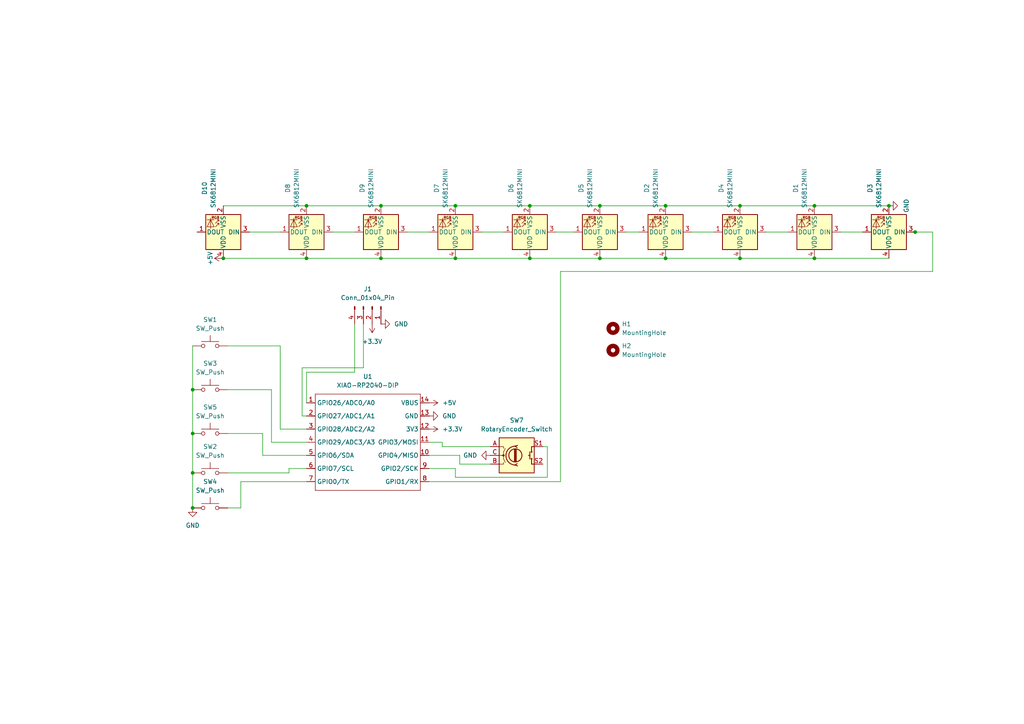
<source format=kicad_sch>
(kicad_sch
	(version 20250114)
	(generator "eeschema")
	(generator_version "9.0")
	(uuid "9170570a-e88e-4841-81d8-f9501e18bf19")
	(paper "A4")
	(lib_symbols
		(symbol "Connector:Conn_01x04_Pin"
			(pin_names
				(offset 1.016)
				(hide yes)
			)
			(exclude_from_sim no)
			(in_bom yes)
			(on_board yes)
			(property "Reference" "J"
				(at 0 5.08 0)
				(effects
					(font
						(size 1.27 1.27)
					)
				)
			)
			(property "Value" "Conn_01x04_Pin"
				(at 0 -7.62 0)
				(effects
					(font
						(size 1.27 1.27)
					)
				)
			)
			(property "Footprint" ""
				(at 0 0 0)
				(effects
					(font
						(size 1.27 1.27)
					)
					(hide yes)
				)
			)
			(property "Datasheet" "~"
				(at 0 0 0)
				(effects
					(font
						(size 1.27 1.27)
					)
					(hide yes)
				)
			)
			(property "Description" "Generic connector, single row, 01x04, script generated"
				(at 0 0 0)
				(effects
					(font
						(size 1.27 1.27)
					)
					(hide yes)
				)
			)
			(property "ki_locked" ""
				(at 0 0 0)
				(effects
					(font
						(size 1.27 1.27)
					)
				)
			)
			(property "ki_keywords" "connector"
				(at 0 0 0)
				(effects
					(font
						(size 1.27 1.27)
					)
					(hide yes)
				)
			)
			(property "ki_fp_filters" "Connector*:*_1x??_*"
				(at 0 0 0)
				(effects
					(font
						(size 1.27 1.27)
					)
					(hide yes)
				)
			)
			(symbol "Conn_01x04_Pin_1_1"
				(rectangle
					(start 0.8636 2.667)
					(end 0 2.413)
					(stroke
						(width 0.1524)
						(type default)
					)
					(fill
						(type outline)
					)
				)
				(rectangle
					(start 0.8636 0.127)
					(end 0 -0.127)
					(stroke
						(width 0.1524)
						(type default)
					)
					(fill
						(type outline)
					)
				)
				(rectangle
					(start 0.8636 -2.413)
					(end 0 -2.667)
					(stroke
						(width 0.1524)
						(type default)
					)
					(fill
						(type outline)
					)
				)
				(rectangle
					(start 0.8636 -4.953)
					(end 0 -5.207)
					(stroke
						(width 0.1524)
						(type default)
					)
					(fill
						(type outline)
					)
				)
				(polyline
					(pts
						(xy 1.27 2.54) (xy 0.8636 2.54)
					)
					(stroke
						(width 0.1524)
						(type default)
					)
					(fill
						(type none)
					)
				)
				(polyline
					(pts
						(xy 1.27 0) (xy 0.8636 0)
					)
					(stroke
						(width 0.1524)
						(type default)
					)
					(fill
						(type none)
					)
				)
				(polyline
					(pts
						(xy 1.27 -2.54) (xy 0.8636 -2.54)
					)
					(stroke
						(width 0.1524)
						(type default)
					)
					(fill
						(type none)
					)
				)
				(polyline
					(pts
						(xy 1.27 -5.08) (xy 0.8636 -5.08)
					)
					(stroke
						(width 0.1524)
						(type default)
					)
					(fill
						(type none)
					)
				)
				(pin passive line
					(at 5.08 2.54 180)
					(length 3.81)
					(name "Pin_1"
						(effects
							(font
								(size 1.27 1.27)
							)
						)
					)
					(number "1"
						(effects
							(font
								(size 1.27 1.27)
							)
						)
					)
				)
				(pin passive line
					(at 5.08 0 180)
					(length 3.81)
					(name "Pin_2"
						(effects
							(font
								(size 1.27 1.27)
							)
						)
					)
					(number "2"
						(effects
							(font
								(size 1.27 1.27)
							)
						)
					)
				)
				(pin passive line
					(at 5.08 -2.54 180)
					(length 3.81)
					(name "Pin_3"
						(effects
							(font
								(size 1.27 1.27)
							)
						)
					)
					(number "3"
						(effects
							(font
								(size 1.27 1.27)
							)
						)
					)
				)
				(pin passive line
					(at 5.08 -5.08 180)
					(length 3.81)
					(name "Pin_4"
						(effects
							(font
								(size 1.27 1.27)
							)
						)
					)
					(number "4"
						(effects
							(font
								(size 1.27 1.27)
							)
						)
					)
				)
			)
			(embedded_fonts no)
		)
		(symbol "Device:RotaryEncoder_Switch"
			(pin_names
				(offset 0.254)
				(hide yes)
			)
			(exclude_from_sim no)
			(in_bom yes)
			(on_board yes)
			(property "Reference" "SW"
				(at 0 6.604 0)
				(effects
					(font
						(size 1.27 1.27)
					)
				)
			)
			(property "Value" "RotaryEncoder_Switch"
				(at 0 -6.604 0)
				(effects
					(font
						(size 1.27 1.27)
					)
				)
			)
			(property "Footprint" ""
				(at -3.81 4.064 0)
				(effects
					(font
						(size 1.27 1.27)
					)
					(hide yes)
				)
			)
			(property "Datasheet" "~"
				(at 0 6.604 0)
				(effects
					(font
						(size 1.27 1.27)
					)
					(hide yes)
				)
			)
			(property "Description" "Rotary encoder, dual channel, incremental quadrate outputs, with switch"
				(at 0 0 0)
				(effects
					(font
						(size 1.27 1.27)
					)
					(hide yes)
				)
			)
			(property "ki_keywords" "rotary switch encoder switch push button"
				(at 0 0 0)
				(effects
					(font
						(size 1.27 1.27)
					)
					(hide yes)
				)
			)
			(property "ki_fp_filters" "RotaryEncoder*Switch*"
				(at 0 0 0)
				(effects
					(font
						(size 1.27 1.27)
					)
					(hide yes)
				)
			)
			(symbol "RotaryEncoder_Switch_0_1"
				(rectangle
					(start -5.08 5.08)
					(end 5.08 -5.08)
					(stroke
						(width 0.254)
						(type default)
					)
					(fill
						(type background)
					)
				)
				(polyline
					(pts
						(xy -5.08 2.54) (xy -3.81 2.54) (xy -3.81 2.032)
					)
					(stroke
						(width 0)
						(type default)
					)
					(fill
						(type none)
					)
				)
				(polyline
					(pts
						(xy -5.08 0) (xy -3.81 0) (xy -3.81 -1.016) (xy -3.302 -2.032)
					)
					(stroke
						(width 0)
						(type default)
					)
					(fill
						(type none)
					)
				)
				(polyline
					(pts
						(xy -5.08 -2.54) (xy -3.81 -2.54) (xy -3.81 -2.032)
					)
					(stroke
						(width 0)
						(type default)
					)
					(fill
						(type none)
					)
				)
				(polyline
					(pts
						(xy -4.318 0) (xy -3.81 0) (xy -3.81 1.016) (xy -3.302 2.032)
					)
					(stroke
						(width 0)
						(type default)
					)
					(fill
						(type none)
					)
				)
				(circle
					(center -3.81 0)
					(radius 0.254)
					(stroke
						(width 0)
						(type default)
					)
					(fill
						(type outline)
					)
				)
				(polyline
					(pts
						(xy -0.635 -1.778) (xy -0.635 1.778)
					)
					(stroke
						(width 0.254)
						(type default)
					)
					(fill
						(type none)
					)
				)
				(circle
					(center -0.381 0)
					(radius 1.905)
					(stroke
						(width 0.254)
						(type default)
					)
					(fill
						(type none)
					)
				)
				(polyline
					(pts
						(xy -0.381 -1.778) (xy -0.381 1.778)
					)
					(stroke
						(width 0.254)
						(type default)
					)
					(fill
						(type none)
					)
				)
				(arc
					(start -0.381 -2.794)
					(mid -3.0988 -0.0635)
					(end -0.381 2.667)
					(stroke
						(width 0.254)
						(type default)
					)
					(fill
						(type none)
					)
				)
				(polyline
					(pts
						(xy -0.127 1.778) (xy -0.127 -1.778)
					)
					(stroke
						(width 0.254)
						(type default)
					)
					(fill
						(type none)
					)
				)
				(polyline
					(pts
						(xy 0.254 2.921) (xy -0.508 2.667) (xy 0.127 2.286)
					)
					(stroke
						(width 0.254)
						(type default)
					)
					(fill
						(type none)
					)
				)
				(polyline
					(pts
						(xy 0.254 -3.048) (xy -0.508 -2.794) (xy 0.127 -2.413)
					)
					(stroke
						(width 0.254)
						(type default)
					)
					(fill
						(type none)
					)
				)
				(polyline
					(pts
						(xy 3.81 1.016) (xy 3.81 -1.016)
					)
					(stroke
						(width 0.254)
						(type default)
					)
					(fill
						(type none)
					)
				)
				(polyline
					(pts
						(xy 3.81 0) (xy 3.429 0)
					)
					(stroke
						(width 0.254)
						(type default)
					)
					(fill
						(type none)
					)
				)
				(circle
					(center 4.318 1.016)
					(radius 0.127)
					(stroke
						(width 0.254)
						(type default)
					)
					(fill
						(type none)
					)
				)
				(circle
					(center 4.318 -1.016)
					(radius 0.127)
					(stroke
						(width 0.254)
						(type default)
					)
					(fill
						(type none)
					)
				)
				(polyline
					(pts
						(xy 5.08 2.54) (xy 4.318 2.54) (xy 4.318 1.016)
					)
					(stroke
						(width 0.254)
						(type default)
					)
					(fill
						(type none)
					)
				)
				(polyline
					(pts
						(xy 5.08 -2.54) (xy 4.318 -2.54) (xy 4.318 -1.016)
					)
					(stroke
						(width 0.254)
						(type default)
					)
					(fill
						(type none)
					)
				)
			)
			(symbol "RotaryEncoder_Switch_1_1"
				(pin passive line
					(at -7.62 2.54 0)
					(length 2.54)
					(name "A"
						(effects
							(font
								(size 1.27 1.27)
							)
						)
					)
					(number "A"
						(effects
							(font
								(size 1.27 1.27)
							)
						)
					)
				)
				(pin passive line
					(at -7.62 0 0)
					(length 2.54)
					(name "C"
						(effects
							(font
								(size 1.27 1.27)
							)
						)
					)
					(number "C"
						(effects
							(font
								(size 1.27 1.27)
							)
						)
					)
				)
				(pin passive line
					(at -7.62 -2.54 0)
					(length 2.54)
					(name "B"
						(effects
							(font
								(size 1.27 1.27)
							)
						)
					)
					(number "B"
						(effects
							(font
								(size 1.27 1.27)
							)
						)
					)
				)
				(pin passive line
					(at 7.62 2.54 180)
					(length 2.54)
					(name "S1"
						(effects
							(font
								(size 1.27 1.27)
							)
						)
					)
					(number "S1"
						(effects
							(font
								(size 1.27 1.27)
							)
						)
					)
				)
				(pin passive line
					(at 7.62 -2.54 180)
					(length 2.54)
					(name "S2"
						(effects
							(font
								(size 1.27 1.27)
							)
						)
					)
					(number "S2"
						(effects
							(font
								(size 1.27 1.27)
							)
						)
					)
				)
			)
			(embedded_fonts no)
		)
		(symbol "LED:SK6812MINI"
			(pin_names
				(offset 0.254)
			)
			(exclude_from_sim no)
			(in_bom yes)
			(on_board yes)
			(property "Reference" "D"
				(at 5.08 5.715 0)
				(effects
					(font
						(size 1.27 1.27)
					)
					(justify right bottom)
				)
			)
			(property "Value" "SK6812MINI"
				(at 1.27 -5.715 0)
				(effects
					(font
						(size 1.27 1.27)
					)
					(justify left top)
				)
			)
			(property "Footprint" "LED_SMD:LED_SK6812MINI_PLCC4_3.5x3.5mm_P1.75mm"
				(at 1.27 -7.62 0)
				(effects
					(font
						(size 1.27 1.27)
					)
					(justify left top)
					(hide yes)
				)
			)
			(property "Datasheet" "https://cdn-shop.adafruit.com/product-files/2686/SK6812MINI_REV.01-1-2.pdf"
				(at 2.54 -9.525 0)
				(effects
					(font
						(size 1.27 1.27)
					)
					(justify left top)
					(hide yes)
				)
			)
			(property "Description" "RGB LED with integrated controller"
				(at 0 0 0)
				(effects
					(font
						(size 1.27 1.27)
					)
					(hide yes)
				)
			)
			(property "ki_keywords" "RGB LED NeoPixel Mini addressable"
				(at 0 0 0)
				(effects
					(font
						(size 1.27 1.27)
					)
					(hide yes)
				)
			)
			(property "ki_fp_filters" "LED*SK6812MINI*PLCC*3.5x3.5mm*P1.75mm*"
				(at 0 0 0)
				(effects
					(font
						(size 1.27 1.27)
					)
					(hide yes)
				)
			)
			(symbol "SK6812MINI_0_0"
				(text "RGB"
					(at 2.286 -4.191 0)
					(effects
						(font
							(size 0.762 0.762)
						)
					)
				)
			)
			(symbol "SK6812MINI_0_1"
				(polyline
					(pts
						(xy 1.27 -2.54) (xy 1.778 -2.54)
					)
					(stroke
						(width 0)
						(type default)
					)
					(fill
						(type none)
					)
				)
				(polyline
					(pts
						(xy 1.27 -3.556) (xy 1.778 -3.556)
					)
					(stroke
						(width 0)
						(type default)
					)
					(fill
						(type none)
					)
				)
				(polyline
					(pts
						(xy 2.286 -1.524) (xy 1.27 -2.54) (xy 1.27 -2.032)
					)
					(stroke
						(width 0)
						(type default)
					)
					(fill
						(type none)
					)
				)
				(polyline
					(pts
						(xy 2.286 -2.54) (xy 1.27 -3.556) (xy 1.27 -3.048)
					)
					(stroke
						(width 0)
						(type default)
					)
					(fill
						(type none)
					)
				)
				(polyline
					(pts
						(xy 3.683 -1.016) (xy 3.683 -3.556) (xy 3.683 -4.064)
					)
					(stroke
						(width 0)
						(type default)
					)
					(fill
						(type none)
					)
				)
				(polyline
					(pts
						(xy 4.699 -1.524) (xy 2.667 -1.524) (xy 3.683 -3.556) (xy 4.699 -1.524)
					)
					(stroke
						(width 0)
						(type default)
					)
					(fill
						(type none)
					)
				)
				(polyline
					(pts
						(xy 4.699 -3.556) (xy 2.667 -3.556)
					)
					(stroke
						(width 0)
						(type default)
					)
					(fill
						(type none)
					)
				)
				(rectangle
					(start 5.08 5.08)
					(end -5.08 -5.08)
					(stroke
						(width 0.254)
						(type default)
					)
					(fill
						(type background)
					)
				)
			)
			(symbol "SK6812MINI_1_1"
				(pin input line
					(at -7.62 0 0)
					(length 2.54)
					(name "DIN"
						(effects
							(font
								(size 1.27 1.27)
							)
						)
					)
					(number "3"
						(effects
							(font
								(size 1.27 1.27)
							)
						)
					)
				)
				(pin power_in line
					(at 0 7.62 270)
					(length 2.54)
					(name "VDD"
						(effects
							(font
								(size 1.27 1.27)
							)
						)
					)
					(number "4"
						(effects
							(font
								(size 1.27 1.27)
							)
						)
					)
				)
				(pin power_in line
					(at 0 -7.62 90)
					(length 2.54)
					(name "VSS"
						(effects
							(font
								(size 1.27 1.27)
							)
						)
					)
					(number "2"
						(effects
							(font
								(size 1.27 1.27)
							)
						)
					)
				)
				(pin output line
					(at 7.62 0 180)
					(length 2.54)
					(name "DOUT"
						(effects
							(font
								(size 1.27 1.27)
							)
						)
					)
					(number "1"
						(effects
							(font
								(size 1.27 1.27)
							)
						)
					)
				)
			)
			(embedded_fonts no)
		)
		(symbol "Mechanical:MountingHole"
			(pin_names
				(offset 1.016)
			)
			(exclude_from_sim no)
			(in_bom no)
			(on_board yes)
			(property "Reference" "H"
				(at 0 5.08 0)
				(effects
					(font
						(size 1.27 1.27)
					)
				)
			)
			(property "Value" "MountingHole"
				(at 0 3.175 0)
				(effects
					(font
						(size 1.27 1.27)
					)
				)
			)
			(property "Footprint" ""
				(at 0 0 0)
				(effects
					(font
						(size 1.27 1.27)
					)
					(hide yes)
				)
			)
			(property "Datasheet" "~"
				(at 0 0 0)
				(effects
					(font
						(size 1.27 1.27)
					)
					(hide yes)
				)
			)
			(property "Description" "Mounting Hole without connection"
				(at 0 0 0)
				(effects
					(font
						(size 1.27 1.27)
					)
					(hide yes)
				)
			)
			(property "ki_keywords" "mounting hole"
				(at 0 0 0)
				(effects
					(font
						(size 1.27 1.27)
					)
					(hide yes)
				)
			)
			(property "ki_fp_filters" "MountingHole*"
				(at 0 0 0)
				(effects
					(font
						(size 1.27 1.27)
					)
					(hide yes)
				)
			)
			(symbol "MountingHole_0_1"
				(circle
					(center 0 0)
					(radius 1.27)
					(stroke
						(width 1.27)
						(type default)
					)
					(fill
						(type none)
					)
				)
			)
			(embedded_fonts no)
		)
		(symbol "OPL:XIAO-RP2040-DIP"
			(exclude_from_sim no)
			(in_bom yes)
			(on_board yes)
			(property "Reference" "U"
				(at 0 0 0)
				(effects
					(font
						(size 1.27 1.27)
					)
				)
			)
			(property "Value" "XIAO-RP2040-DIP"
				(at 5.334 -1.778 0)
				(effects
					(font
						(size 1.27 1.27)
					)
				)
			)
			(property "Footprint" "Module:MOUDLE14P-XIAO-DIP-SMD"
				(at 14.478 -32.258 0)
				(effects
					(font
						(size 1.27 1.27)
					)
					(hide yes)
				)
			)
			(property "Datasheet" ""
				(at 0 0 0)
				(effects
					(font
						(size 1.27 1.27)
					)
					(hide yes)
				)
			)
			(property "Description" ""
				(at 0 0 0)
				(effects
					(font
						(size 1.27 1.27)
					)
					(hide yes)
				)
			)
			(symbol "XIAO-RP2040-DIP_1_0"
				(polyline
					(pts
						(xy -1.27 -2.54) (xy 29.21 -2.54)
					)
					(stroke
						(width 0.1524)
						(type solid)
					)
					(fill
						(type none)
					)
				)
				(polyline
					(pts
						(xy -1.27 -5.08) (xy -2.54 -5.08)
					)
					(stroke
						(width 0.1524)
						(type solid)
					)
					(fill
						(type none)
					)
				)
				(polyline
					(pts
						(xy -1.27 -5.08) (xy -1.27 -2.54)
					)
					(stroke
						(width 0.1524)
						(type solid)
					)
					(fill
						(type none)
					)
				)
				(polyline
					(pts
						(xy -1.27 -8.89) (xy -2.54 -8.89)
					)
					(stroke
						(width 0.1524)
						(type solid)
					)
					(fill
						(type none)
					)
				)
				(polyline
					(pts
						(xy -1.27 -8.89) (xy -1.27 -5.08)
					)
					(stroke
						(width 0.1524)
						(type solid)
					)
					(fill
						(type none)
					)
				)
				(polyline
					(pts
						(xy -1.27 -12.7) (xy -2.54 -12.7)
					)
					(stroke
						(width 0.1524)
						(type solid)
					)
					(fill
						(type none)
					)
				)
				(polyline
					(pts
						(xy -1.27 -12.7) (xy -1.27 -8.89)
					)
					(stroke
						(width 0.1524)
						(type solid)
					)
					(fill
						(type none)
					)
				)
				(polyline
					(pts
						(xy -1.27 -16.51) (xy -2.54 -16.51)
					)
					(stroke
						(width 0.1524)
						(type solid)
					)
					(fill
						(type none)
					)
				)
				(polyline
					(pts
						(xy -1.27 -16.51) (xy -1.27 -12.7)
					)
					(stroke
						(width 0.1524)
						(type solid)
					)
					(fill
						(type none)
					)
				)
				(polyline
					(pts
						(xy -1.27 -20.32) (xy -2.54 -20.32)
					)
					(stroke
						(width 0.1524)
						(type solid)
					)
					(fill
						(type none)
					)
				)
				(polyline
					(pts
						(xy -1.27 -24.13) (xy -2.54 -24.13)
					)
					(stroke
						(width 0.1524)
						(type solid)
					)
					(fill
						(type none)
					)
				)
				(polyline
					(pts
						(xy -1.27 -27.94) (xy -2.54 -27.94)
					)
					(stroke
						(width 0.1524)
						(type solid)
					)
					(fill
						(type none)
					)
				)
				(polyline
					(pts
						(xy -1.27 -30.48) (xy -1.27 -16.51)
					)
					(stroke
						(width 0.1524)
						(type solid)
					)
					(fill
						(type none)
					)
				)
				(polyline
					(pts
						(xy 29.21 -2.54) (xy 29.21 -5.08)
					)
					(stroke
						(width 0.1524)
						(type solid)
					)
					(fill
						(type none)
					)
				)
				(polyline
					(pts
						(xy 29.21 -5.08) (xy 29.21 -8.89)
					)
					(stroke
						(width 0.1524)
						(type solid)
					)
					(fill
						(type none)
					)
				)
				(polyline
					(pts
						(xy 29.21 -8.89) (xy 29.21 -12.7)
					)
					(stroke
						(width 0.1524)
						(type solid)
					)
					(fill
						(type none)
					)
				)
				(polyline
					(pts
						(xy 29.21 -12.7) (xy 29.21 -30.48)
					)
					(stroke
						(width 0.1524)
						(type solid)
					)
					(fill
						(type none)
					)
				)
				(polyline
					(pts
						(xy 29.21 -30.48) (xy -1.27 -30.48)
					)
					(stroke
						(width 0.1524)
						(type solid)
					)
					(fill
						(type none)
					)
				)
				(polyline
					(pts
						(xy 30.48 -5.08) (xy 29.21 -5.08)
					)
					(stroke
						(width 0.1524)
						(type solid)
					)
					(fill
						(type none)
					)
				)
				(polyline
					(pts
						(xy 30.48 -8.89) (xy 29.21 -8.89)
					)
					(stroke
						(width 0.1524)
						(type solid)
					)
					(fill
						(type none)
					)
				)
				(polyline
					(pts
						(xy 30.48 -12.7) (xy 29.21 -12.7)
					)
					(stroke
						(width 0.1524)
						(type solid)
					)
					(fill
						(type none)
					)
				)
				(polyline
					(pts
						(xy 30.48 -16.51) (xy 29.21 -16.51)
					)
					(stroke
						(width 0.1524)
						(type solid)
					)
					(fill
						(type none)
					)
				)
				(polyline
					(pts
						(xy 30.48 -20.32) (xy 29.21 -20.32)
					)
					(stroke
						(width 0.1524)
						(type solid)
					)
					(fill
						(type none)
					)
				)
				(polyline
					(pts
						(xy 30.48 -24.13) (xy 29.21 -24.13)
					)
					(stroke
						(width 0.1524)
						(type solid)
					)
					(fill
						(type none)
					)
				)
				(polyline
					(pts
						(xy 30.48 -27.94) (xy 29.21 -27.94)
					)
					(stroke
						(width 0.1524)
						(type solid)
					)
					(fill
						(type none)
					)
				)
				(pin passive line
					(at -3.81 -5.08 0)
					(length 2.54)
					(name "GPIO26/ADC0/A0"
						(effects
							(font
								(size 1.27 1.27)
							)
						)
					)
					(number "1"
						(effects
							(font
								(size 1.27 1.27)
							)
						)
					)
				)
				(pin passive line
					(at -3.81 -8.89 0)
					(length 2.54)
					(name "GPIO27/ADC1/A1"
						(effects
							(font
								(size 1.27 1.27)
							)
						)
					)
					(number "2"
						(effects
							(font
								(size 1.27 1.27)
							)
						)
					)
				)
				(pin passive line
					(at -3.81 -12.7 0)
					(length 2.54)
					(name "GPIO28/ADC2/A2"
						(effects
							(font
								(size 1.27 1.27)
							)
						)
					)
					(number "3"
						(effects
							(font
								(size 1.27 1.27)
							)
						)
					)
				)
				(pin passive line
					(at -3.81 -16.51 0)
					(length 2.54)
					(name "GPIO29/ADC3/A3"
						(effects
							(font
								(size 1.27 1.27)
							)
						)
					)
					(number "4"
						(effects
							(font
								(size 1.27 1.27)
							)
						)
					)
				)
				(pin passive line
					(at -3.81 -20.32 0)
					(length 2.54)
					(name "GPIO6/SDA"
						(effects
							(font
								(size 1.27 1.27)
							)
						)
					)
					(number "5"
						(effects
							(font
								(size 1.27 1.27)
							)
						)
					)
				)
				(pin passive line
					(at -3.81 -24.13 0)
					(length 2.54)
					(name "GPIO7/SCL"
						(effects
							(font
								(size 1.27 1.27)
							)
						)
					)
					(number "6"
						(effects
							(font
								(size 1.27 1.27)
							)
						)
					)
				)
				(pin passive line
					(at -3.81 -27.94 0)
					(length 2.54)
					(name "GPIO0/TX"
						(effects
							(font
								(size 1.27 1.27)
							)
						)
					)
					(number "7"
						(effects
							(font
								(size 1.27 1.27)
							)
						)
					)
				)
				(pin passive line
					(at 31.75 -5.08 180)
					(length 2.54)
					(name "VBUS"
						(effects
							(font
								(size 1.27 1.27)
							)
						)
					)
					(number "14"
						(effects
							(font
								(size 1.27 1.27)
							)
						)
					)
				)
				(pin passive line
					(at 31.75 -8.89 180)
					(length 2.54)
					(name "GND"
						(effects
							(font
								(size 1.27 1.27)
							)
						)
					)
					(number "13"
						(effects
							(font
								(size 1.27 1.27)
							)
						)
					)
				)
				(pin passive line
					(at 31.75 -12.7 180)
					(length 2.54)
					(name "3V3"
						(effects
							(font
								(size 1.27 1.27)
							)
						)
					)
					(number "12"
						(effects
							(font
								(size 1.27 1.27)
							)
						)
					)
				)
				(pin passive line
					(at 31.75 -16.51 180)
					(length 2.54)
					(name "GPIO3/MOSI"
						(effects
							(font
								(size 1.27 1.27)
							)
						)
					)
					(number "11"
						(effects
							(font
								(size 1.27 1.27)
							)
						)
					)
				)
				(pin passive line
					(at 31.75 -20.32 180)
					(length 2.54)
					(name "GPIO4/MISO"
						(effects
							(font
								(size 1.27 1.27)
							)
						)
					)
					(number "10"
						(effects
							(font
								(size 1.27 1.27)
							)
						)
					)
				)
				(pin passive line
					(at 31.75 -24.13 180)
					(length 2.54)
					(name "GPIO2/SCK"
						(effects
							(font
								(size 1.27 1.27)
							)
						)
					)
					(number "9"
						(effects
							(font
								(size 1.27 1.27)
							)
						)
					)
				)
				(pin passive line
					(at 31.75 -27.94 180)
					(length 2.54)
					(name "GPIO1/RX"
						(effects
							(font
								(size 1.27 1.27)
							)
						)
					)
					(number "8"
						(effects
							(font
								(size 1.27 1.27)
							)
						)
					)
				)
			)
			(embedded_fonts no)
		)
		(symbol "Switch:SW_Push"
			(pin_numbers
				(hide yes)
			)
			(pin_names
				(offset 1.016)
				(hide yes)
			)
			(exclude_from_sim no)
			(in_bom yes)
			(on_board yes)
			(property "Reference" "SW"
				(at 1.27 2.54 0)
				(effects
					(font
						(size 1.27 1.27)
					)
					(justify left)
				)
			)
			(property "Value" "SW_Push"
				(at 0 -1.524 0)
				(effects
					(font
						(size 1.27 1.27)
					)
				)
			)
			(property "Footprint" ""
				(at 0 5.08 0)
				(effects
					(font
						(size 1.27 1.27)
					)
					(hide yes)
				)
			)
			(property "Datasheet" "~"
				(at 0 5.08 0)
				(effects
					(font
						(size 1.27 1.27)
					)
					(hide yes)
				)
			)
			(property "Description" "Push button switch, generic, two pins"
				(at 0 0 0)
				(effects
					(font
						(size 1.27 1.27)
					)
					(hide yes)
				)
			)
			(property "ki_keywords" "switch normally-open pushbutton push-button"
				(at 0 0 0)
				(effects
					(font
						(size 1.27 1.27)
					)
					(hide yes)
				)
			)
			(symbol "SW_Push_0_1"
				(circle
					(center -2.032 0)
					(radius 0.508)
					(stroke
						(width 0)
						(type default)
					)
					(fill
						(type none)
					)
				)
				(polyline
					(pts
						(xy 0 1.27) (xy 0 3.048)
					)
					(stroke
						(width 0)
						(type default)
					)
					(fill
						(type none)
					)
				)
				(circle
					(center 2.032 0)
					(radius 0.508)
					(stroke
						(width 0)
						(type default)
					)
					(fill
						(type none)
					)
				)
				(polyline
					(pts
						(xy 2.54 1.27) (xy -2.54 1.27)
					)
					(stroke
						(width 0)
						(type default)
					)
					(fill
						(type none)
					)
				)
				(pin passive line
					(at -5.08 0 0)
					(length 2.54)
					(name "1"
						(effects
							(font
								(size 1.27 1.27)
							)
						)
					)
					(number "1"
						(effects
							(font
								(size 1.27 1.27)
							)
						)
					)
				)
				(pin passive line
					(at 5.08 0 180)
					(length 2.54)
					(name "2"
						(effects
							(font
								(size 1.27 1.27)
							)
						)
					)
					(number "2"
						(effects
							(font
								(size 1.27 1.27)
							)
						)
					)
				)
			)
			(embedded_fonts no)
		)
		(symbol "power:+3.3V"
			(power)
			(pin_numbers
				(hide yes)
			)
			(pin_names
				(offset 0)
				(hide yes)
			)
			(exclude_from_sim no)
			(in_bom yes)
			(on_board yes)
			(property "Reference" "#PWR"
				(at 0 -3.81 0)
				(effects
					(font
						(size 1.27 1.27)
					)
					(hide yes)
				)
			)
			(property "Value" "+3.3V"
				(at 0 3.556 0)
				(effects
					(font
						(size 1.27 1.27)
					)
				)
			)
			(property "Footprint" ""
				(at 0 0 0)
				(effects
					(font
						(size 1.27 1.27)
					)
					(hide yes)
				)
			)
			(property "Datasheet" ""
				(at 0 0 0)
				(effects
					(font
						(size 1.27 1.27)
					)
					(hide yes)
				)
			)
			(property "Description" "Power symbol creates a global label with name \"+3.3V\""
				(at 0 0 0)
				(effects
					(font
						(size 1.27 1.27)
					)
					(hide yes)
				)
			)
			(property "ki_keywords" "global power"
				(at 0 0 0)
				(effects
					(font
						(size 1.27 1.27)
					)
					(hide yes)
				)
			)
			(symbol "+3.3V_0_1"
				(polyline
					(pts
						(xy -0.762 1.27) (xy 0 2.54)
					)
					(stroke
						(width 0)
						(type default)
					)
					(fill
						(type none)
					)
				)
				(polyline
					(pts
						(xy 0 2.54) (xy 0.762 1.27)
					)
					(stroke
						(width 0)
						(type default)
					)
					(fill
						(type none)
					)
				)
				(polyline
					(pts
						(xy 0 0) (xy 0 2.54)
					)
					(stroke
						(width 0)
						(type default)
					)
					(fill
						(type none)
					)
				)
			)
			(symbol "+3.3V_1_1"
				(pin power_in line
					(at 0 0 90)
					(length 0)
					(name "~"
						(effects
							(font
								(size 1.27 1.27)
							)
						)
					)
					(number "1"
						(effects
							(font
								(size 1.27 1.27)
							)
						)
					)
				)
			)
			(embedded_fonts no)
		)
		(symbol "power:+5V"
			(power)
			(pin_numbers
				(hide yes)
			)
			(pin_names
				(offset 0)
				(hide yes)
			)
			(exclude_from_sim no)
			(in_bom yes)
			(on_board yes)
			(property "Reference" "#PWR"
				(at 0 -3.81 0)
				(effects
					(font
						(size 1.27 1.27)
					)
					(hide yes)
				)
			)
			(property "Value" "+5V"
				(at 0 3.556 0)
				(effects
					(font
						(size 1.27 1.27)
					)
				)
			)
			(property "Footprint" ""
				(at 0 0 0)
				(effects
					(font
						(size 1.27 1.27)
					)
					(hide yes)
				)
			)
			(property "Datasheet" ""
				(at 0 0 0)
				(effects
					(font
						(size 1.27 1.27)
					)
					(hide yes)
				)
			)
			(property "Description" "Power symbol creates a global label with name \"+5V\""
				(at 0 0 0)
				(effects
					(font
						(size 1.27 1.27)
					)
					(hide yes)
				)
			)
			(property "ki_keywords" "global power"
				(at 0 0 0)
				(effects
					(font
						(size 1.27 1.27)
					)
					(hide yes)
				)
			)
			(symbol "+5V_0_1"
				(polyline
					(pts
						(xy -0.762 1.27) (xy 0 2.54)
					)
					(stroke
						(width 0)
						(type default)
					)
					(fill
						(type none)
					)
				)
				(polyline
					(pts
						(xy 0 2.54) (xy 0.762 1.27)
					)
					(stroke
						(width 0)
						(type default)
					)
					(fill
						(type none)
					)
				)
				(polyline
					(pts
						(xy 0 0) (xy 0 2.54)
					)
					(stroke
						(width 0)
						(type default)
					)
					(fill
						(type none)
					)
				)
			)
			(symbol "+5V_1_1"
				(pin power_in line
					(at 0 0 90)
					(length 0)
					(name "~"
						(effects
							(font
								(size 1.27 1.27)
							)
						)
					)
					(number "1"
						(effects
							(font
								(size 1.27 1.27)
							)
						)
					)
				)
			)
			(embedded_fonts no)
		)
		(symbol "power:GND"
			(power)
			(pin_numbers
				(hide yes)
			)
			(pin_names
				(offset 0)
				(hide yes)
			)
			(exclude_from_sim no)
			(in_bom yes)
			(on_board yes)
			(property "Reference" "#PWR"
				(at 0 -6.35 0)
				(effects
					(font
						(size 1.27 1.27)
					)
					(hide yes)
				)
			)
			(property "Value" "GND"
				(at 0 -3.81 0)
				(effects
					(font
						(size 1.27 1.27)
					)
				)
			)
			(property "Footprint" ""
				(at 0 0 0)
				(effects
					(font
						(size 1.27 1.27)
					)
					(hide yes)
				)
			)
			(property "Datasheet" ""
				(at 0 0 0)
				(effects
					(font
						(size 1.27 1.27)
					)
					(hide yes)
				)
			)
			(property "Description" "Power symbol creates a global label with name \"GND\" , ground"
				(at 0 0 0)
				(effects
					(font
						(size 1.27 1.27)
					)
					(hide yes)
				)
			)
			(property "ki_keywords" "global power"
				(at 0 0 0)
				(effects
					(font
						(size 1.27 1.27)
					)
					(hide yes)
				)
			)
			(symbol "GND_0_1"
				(polyline
					(pts
						(xy 0 0) (xy 0 -1.27) (xy 1.27 -1.27) (xy 0 -2.54) (xy -1.27 -1.27) (xy 0 -1.27)
					)
					(stroke
						(width 0)
						(type default)
					)
					(fill
						(type none)
					)
				)
			)
			(symbol "GND_1_1"
				(pin power_in line
					(at 0 0 270)
					(length 0)
					(name "~"
						(effects
							(font
								(size 1.27 1.27)
							)
						)
					)
					(number "1"
						(effects
							(font
								(size 1.27 1.27)
							)
						)
					)
				)
			)
			(embedded_fonts no)
		)
	)
	(junction
		(at 236.22 59.69)
		(diameter 0)
		(color 0 0 0 0)
		(uuid "1042df11-f620-4eb4-b4ea-a3ed1fb1587c")
	)
	(junction
		(at 132.08 59.69)
		(diameter 0)
		(color 0 0 0 0)
		(uuid "12119222-99c9-464b-92aa-24e0febc914f")
	)
	(junction
		(at 88.9 59.69)
		(diameter 0)
		(color 0 0 0 0)
		(uuid "3651522a-17c8-420b-bc8e-d3d0889a2704")
	)
	(junction
		(at 55.88 125.73)
		(diameter 0)
		(color 0 0 0 0)
		(uuid "45a05ed5-8942-4c6e-af1b-6c684fd4ffa9")
	)
	(junction
		(at 173.99 59.69)
		(diameter 0)
		(color 0 0 0 0)
		(uuid "468e8ffe-dd6f-49fb-8d32-9c2e3ba5fa11")
	)
	(junction
		(at 55.88 147.32)
		(diameter 0)
		(color 0 0 0 0)
		(uuid "4e3ab56f-546a-43da-93a3-2aae091d83b9")
	)
	(junction
		(at 110.49 59.69)
		(diameter 0)
		(color 0 0 0 0)
		(uuid "55f56551-c914-412a-ace6-f445f7fcecf0")
	)
	(junction
		(at 236.22 74.93)
		(diameter 0)
		(color 0 0 0 0)
		(uuid "5d558bd4-3479-4114-8a86-e00cbed6fd13")
	)
	(junction
		(at 265.43 67.31)
		(diameter 0)
		(color 0 0 0 0)
		(uuid "6f31718b-1803-4207-8a30-a64afe74e4ae")
	)
	(junction
		(at 153.67 74.93)
		(diameter 0)
		(color 0 0 0 0)
		(uuid "766d5371-cd3f-4285-a81c-e2276cdace07")
	)
	(junction
		(at 132.08 74.93)
		(diameter 0)
		(color 0 0 0 0)
		(uuid "84494f16-4dd0-40bc-a83e-f8ae2167d443")
	)
	(junction
		(at 153.67 59.69)
		(diameter 0)
		(color 0 0 0 0)
		(uuid "873d6f5d-d3ff-4bf4-a606-1874620a132e")
	)
	(junction
		(at 55.88 113.03)
		(diameter 0)
		(color 0 0 0 0)
		(uuid "9058fec2-f8af-461c-b7c2-1196ccfcb2d3")
	)
	(junction
		(at 193.04 59.69)
		(diameter 0)
		(color 0 0 0 0)
		(uuid "98c1de0d-132c-4f57-913f-1b227995889a")
	)
	(junction
		(at 88.9 74.93)
		(diameter 0)
		(color 0 0 0 0)
		(uuid "a1c7f368-f0be-4961-b5e5-5f8f0447e5a4")
	)
	(junction
		(at 110.49 74.93)
		(diameter 0)
		(color 0 0 0 0)
		(uuid "a9ce2c30-1270-4761-a1b2-18aa49357071")
	)
	(junction
		(at 173.99 74.93)
		(diameter 0)
		(color 0 0 0 0)
		(uuid "bcd997cd-b84a-4798-b518-747591641fff")
	)
	(junction
		(at 214.63 59.69)
		(diameter 0)
		(color 0 0 0 0)
		(uuid "cc1af834-f093-407b-a3da-808a7ff4358e")
	)
	(junction
		(at 214.63 74.93)
		(diameter 0)
		(color 0 0 0 0)
		(uuid "dcecfef0-1ce9-4b72-90f6-24a878e3f959")
	)
	(junction
		(at 257.81 59.69)
		(diameter 0)
		(color 0 0 0 0)
		(uuid "e12218e4-df05-4bde-b17e-972b1beecd4b")
	)
	(junction
		(at 55.88 137.16)
		(diameter 0)
		(color 0 0 0 0)
		(uuid "f53a1af2-b0ce-4816-b7ee-0adcae11a589")
	)
	(junction
		(at 193.04 74.93)
		(diameter 0)
		(color 0 0 0 0)
		(uuid "f5adb2df-e572-4531-b43b-6e29b885b69a")
	)
	(junction
		(at 64.77 74.93)
		(diameter 0)
		(color 0 0 0 0)
		(uuid "fe574e64-2e4a-4b07-8f60-6ac1514418c4")
	)
	(wire
		(pts
			(xy 88.9 107.95) (xy 88.9 116.84)
		)
		(stroke
			(width 0)
			(type default)
		)
		(uuid "00cc29c3-6ba3-42fa-8701-803b0b73d534")
	)
	(wire
		(pts
			(xy 222.25 67.31) (xy 228.6 67.31)
		)
		(stroke
			(width 0)
			(type default)
		)
		(uuid "03d3c321-d0d5-4102-b0f8-558afa81f705")
	)
	(wire
		(pts
			(xy 153.67 74.93) (xy 173.99 74.93)
		)
		(stroke
			(width 0)
			(type default)
		)
		(uuid "05757a08-fd5b-4c49-93bc-93808e3310fa")
	)
	(wire
		(pts
			(xy 128.27 129.54) (xy 128.27 128.27)
		)
		(stroke
			(width 0)
			(type default)
		)
		(uuid "06eab395-6a36-48aa-b079-4214ad8ba5ca")
	)
	(wire
		(pts
			(xy 162.56 78.74) (xy 270.51 78.74)
		)
		(stroke
			(width 0)
			(type default)
		)
		(uuid "06fed26e-5d7f-4eed-882c-4bc19bf0906f")
	)
	(wire
		(pts
			(xy 64.77 59.69) (xy 88.9 59.69)
		)
		(stroke
			(width 0)
			(type default)
		)
		(uuid "09d2095b-44f8-4136-b445-b327885ffde5")
	)
	(wire
		(pts
			(xy 193.04 74.93) (xy 214.63 74.93)
		)
		(stroke
			(width 0)
			(type default)
		)
		(uuid "0ef53244-a1f9-4231-8a04-86fe289b5493")
	)
	(wire
		(pts
			(xy 69.85 147.32) (xy 69.85 139.7)
		)
		(stroke
			(width 0)
			(type default)
		)
		(uuid "0ff87a4d-557d-40aa-a01d-910baa4b1e19")
	)
	(wire
		(pts
			(xy 66.04 137.16) (xy 83.82 137.16)
		)
		(stroke
			(width 0)
			(type default)
		)
		(uuid "115fe018-cdfa-4dab-91c4-bbfaddd5fac5")
	)
	(wire
		(pts
			(xy 105.41 106.68) (xy 87.63 106.68)
		)
		(stroke
			(width 0)
			(type default)
		)
		(uuid "12248e77-be4d-4ac2-b043-15208d0d326e")
	)
	(wire
		(pts
			(xy 162.56 78.74) (xy 162.56 139.7)
		)
		(stroke
			(width 0)
			(type default)
		)
		(uuid "193cf70c-e278-4ae8-82a9-77bd2a6b74fb")
	)
	(wire
		(pts
			(xy 83.82 137.16) (xy 83.82 135.89)
		)
		(stroke
			(width 0)
			(type default)
		)
		(uuid "1c7bd938-3823-442c-bc59-f4489f4e30f9")
	)
	(wire
		(pts
			(xy 133.35 132.08) (xy 124.46 132.08)
		)
		(stroke
			(width 0)
			(type default)
		)
		(uuid "1dc2a735-1525-4a0c-8694-15bc3291d8f5")
	)
	(wire
		(pts
			(xy 161.29 67.31) (xy 166.37 67.31)
		)
		(stroke
			(width 0)
			(type default)
		)
		(uuid "226ace0c-a090-40f6-938c-c9d921e10438")
	)
	(wire
		(pts
			(xy 88.9 74.93) (xy 110.49 74.93)
		)
		(stroke
			(width 0)
			(type default)
		)
		(uuid "239ebdd8-5380-443b-aace-d70a8b74c4e0")
	)
	(wire
		(pts
			(xy 133.35 134.62) (xy 133.35 132.08)
		)
		(stroke
			(width 0)
			(type default)
		)
		(uuid "25b4b01e-3497-47fa-ac4f-e90dc591ffd1")
	)
	(wire
		(pts
			(xy 110.49 74.93) (xy 132.08 74.93)
		)
		(stroke
			(width 0)
			(type default)
		)
		(uuid "30dac654-f8d4-4d4f-be18-91054b58d6c7")
	)
	(wire
		(pts
			(xy 102.87 93.98) (xy 102.87 107.95)
		)
		(stroke
			(width 0)
			(type default)
		)
		(uuid "313c5c6f-2f22-4f1f-8c2d-888ff87373dc")
	)
	(wire
		(pts
			(xy 87.63 120.65) (xy 88.9 120.65)
		)
		(stroke
			(width 0)
			(type default)
		)
		(uuid "32e8d466-dbd7-4835-aeb7-6528262880aa")
	)
	(wire
		(pts
			(xy 78.74 128.27) (xy 88.9 128.27)
		)
		(stroke
			(width 0)
			(type default)
		)
		(uuid "3308a78a-175b-460e-be28-63a46625bf55")
	)
	(wire
		(pts
			(xy 173.99 59.69) (xy 193.04 59.69)
		)
		(stroke
			(width 0)
			(type default)
		)
		(uuid "3513733e-cd07-4af5-bd2d-c2a6882f1031")
	)
	(wire
		(pts
			(xy 81.28 100.33) (xy 81.28 124.46)
		)
		(stroke
			(width 0)
			(type default)
		)
		(uuid "36fb4166-884d-45b6-8bbf-506388b5d28c")
	)
	(wire
		(pts
			(xy 214.63 59.69) (xy 236.22 59.69)
		)
		(stroke
			(width 0)
			(type default)
		)
		(uuid "3a2f5aae-6a2e-46e8-a8df-2baa80180ca9")
	)
	(wire
		(pts
			(xy 132.08 135.89) (xy 124.46 135.89)
		)
		(stroke
			(width 0)
			(type default)
		)
		(uuid "3acef43d-ca91-4324-909a-08612f55fbd9")
	)
	(wire
		(pts
			(xy 158.75 138.43) (xy 132.08 138.43)
		)
		(stroke
			(width 0)
			(type default)
		)
		(uuid "3d3ce451-092c-48f2-a7ca-49d91cfb5817")
	)
	(wire
		(pts
			(xy 214.63 74.93) (xy 236.22 74.93)
		)
		(stroke
			(width 0)
			(type default)
		)
		(uuid "48361142-635d-406a-b72e-7bccdb7b74f1")
	)
	(wire
		(pts
			(xy 88.9 59.69) (xy 110.49 59.69)
		)
		(stroke
			(width 0)
			(type default)
		)
		(uuid "5daca1e2-bc02-475c-ab1a-f2c2b763df7c")
	)
	(wire
		(pts
			(xy 81.28 124.46) (xy 88.9 124.46)
		)
		(stroke
			(width 0)
			(type default)
		)
		(uuid "6668562d-83f8-4c0e-a7fb-4b6f9dd4b17d")
	)
	(wire
		(pts
			(xy 66.04 147.32) (xy 69.85 147.32)
		)
		(stroke
			(width 0)
			(type default)
		)
		(uuid "67f7f1ec-dbf6-41c9-9a16-8bacae16ff9b")
	)
	(wire
		(pts
			(xy 124.46 139.7) (xy 162.56 139.7)
		)
		(stroke
			(width 0)
			(type default)
		)
		(uuid "6c062fe8-1566-4703-af37-9ff432c0ecfb")
	)
	(wire
		(pts
			(xy 173.99 74.93) (xy 193.04 74.93)
		)
		(stroke
			(width 0)
			(type default)
		)
		(uuid "6c786a60-7694-42ab-bdda-2601ce58ac67")
	)
	(wire
		(pts
			(xy 128.27 128.27) (xy 124.46 128.27)
		)
		(stroke
			(width 0)
			(type default)
		)
		(uuid "6f429d59-5dd6-4f32-963f-1d8b6b55df0f")
	)
	(wire
		(pts
			(xy 153.67 59.69) (xy 173.99 59.69)
		)
		(stroke
			(width 0)
			(type default)
		)
		(uuid "71f8df3d-40fc-42c5-9db5-e4fa6fe4d4d4")
	)
	(wire
		(pts
			(xy 66.04 113.03) (xy 78.74 113.03)
		)
		(stroke
			(width 0)
			(type default)
		)
		(uuid "723bc799-9e86-47e3-826e-7d189b737996")
	)
	(wire
		(pts
			(xy 55.88 100.33) (xy 55.88 113.03)
		)
		(stroke
			(width 0)
			(type default)
		)
		(uuid "73a123d7-73ee-4c0c-96c0-f674194b3541")
	)
	(wire
		(pts
			(xy 118.11 67.31) (xy 124.46 67.31)
		)
		(stroke
			(width 0)
			(type default)
		)
		(uuid "754ee285-e79e-4825-86e9-0a2089568596")
	)
	(wire
		(pts
			(xy 265.43 67.31) (xy 270.51 67.31)
		)
		(stroke
			(width 0)
			(type default)
		)
		(uuid "77aa1a85-b4fe-41cd-a552-d45866c8e495")
	)
	(wire
		(pts
			(xy 96.52 67.31) (xy 102.87 67.31)
		)
		(stroke
			(width 0)
			(type default)
		)
		(uuid "7999233e-0df7-45b5-9709-39b2ef19c391")
	)
	(wire
		(pts
			(xy 83.82 135.89) (xy 88.9 135.89)
		)
		(stroke
			(width 0)
			(type default)
		)
		(uuid "872413c6-e3b6-4b0f-b594-697215226736")
	)
	(wire
		(pts
			(xy 110.49 59.69) (xy 132.08 59.69)
		)
		(stroke
			(width 0)
			(type default)
		)
		(uuid "8b866094-0a55-4c83-ab00-78e06bcbb3c4")
	)
	(wire
		(pts
			(xy 142.24 129.54) (xy 128.27 129.54)
		)
		(stroke
			(width 0)
			(type default)
		)
		(uuid "8fd14b2d-b794-4e2c-b229-3f9fb11edf71")
	)
	(wire
		(pts
			(xy 181.61 67.31) (xy 185.42 67.31)
		)
		(stroke
			(width 0)
			(type default)
		)
		(uuid "90f9c1e0-989c-4c59-974a-4b971c020453")
	)
	(wire
		(pts
			(xy 69.85 139.7) (xy 88.9 139.7)
		)
		(stroke
			(width 0)
			(type default)
		)
		(uuid "922b54a6-e6f6-4c45-b53d-ee6028e27996")
	)
	(wire
		(pts
			(xy 102.87 107.95) (xy 88.9 107.95)
		)
		(stroke
			(width 0)
			(type default)
		)
		(uuid "951e99ad-5402-4690-b61e-7928a739fdbc")
	)
	(wire
		(pts
			(xy 200.66 67.31) (xy 207.01 67.31)
		)
		(stroke
			(width 0)
			(type default)
		)
		(uuid "96eb3cd7-4d7c-4af4-a4bd-5dd27687c8ad")
	)
	(wire
		(pts
			(xy 55.88 113.03) (xy 55.88 125.73)
		)
		(stroke
			(width 0)
			(type default)
		)
		(uuid "9c4323e3-7ff8-4ad6-b70e-af8b67788411")
	)
	(wire
		(pts
			(xy 193.04 59.69) (xy 214.63 59.69)
		)
		(stroke
			(width 0)
			(type default)
		)
		(uuid "9dcfb77b-b117-469d-92b0-f772a339edfb")
	)
	(wire
		(pts
			(xy 139.7 67.31) (xy 146.05 67.31)
		)
		(stroke
			(width 0)
			(type default)
		)
		(uuid "9de56dac-a5d8-4e64-897e-ece74739f9bd")
	)
	(wire
		(pts
			(xy 270.51 67.31) (xy 270.51 78.74)
		)
		(stroke
			(width 0)
			(type default)
		)
		(uuid "9f9e78a5-e838-40e7-b351-770f01ad520b")
	)
	(wire
		(pts
			(xy 66.04 100.33) (xy 81.28 100.33)
		)
		(stroke
			(width 0)
			(type default)
		)
		(uuid "a3b880f0-f878-4666-9a16-86ba3b787568")
	)
	(wire
		(pts
			(xy 64.77 74.93) (xy 88.9 74.93)
		)
		(stroke
			(width 0)
			(type default)
		)
		(uuid "a72f7a29-3e85-4f85-8d93-9f08be6d2a8c")
	)
	(wire
		(pts
			(xy 132.08 138.43) (xy 132.08 135.89)
		)
		(stroke
			(width 0)
			(type default)
		)
		(uuid "a9f2676b-c7c8-4a2f-9c20-38e8c781f483")
	)
	(wire
		(pts
			(xy 132.08 59.69) (xy 153.67 59.69)
		)
		(stroke
			(width 0)
			(type default)
		)
		(uuid "ab1c4bc7-f664-4bdc-8bf6-dcc1cec0e921")
	)
	(wire
		(pts
			(xy 66.04 125.73) (xy 76.2 125.73)
		)
		(stroke
			(width 0)
			(type default)
		)
		(uuid "ac0e8519-5757-432f-97e6-a5b6e6cd8d84")
	)
	(wire
		(pts
			(xy 105.41 93.98) (xy 105.41 106.68)
		)
		(stroke
			(width 0)
			(type default)
		)
		(uuid "b4d5ac24-1f9c-4c68-ba45-2883c42af177")
	)
	(wire
		(pts
			(xy 55.88 137.16) (xy 55.88 147.32)
		)
		(stroke
			(width 0)
			(type default)
		)
		(uuid "c1022823-2964-4ce7-9d85-f6386722fff8")
	)
	(wire
		(pts
			(xy 76.2 125.73) (xy 76.2 132.08)
		)
		(stroke
			(width 0)
			(type default)
		)
		(uuid "c42774c2-9999-4469-b6f5-b78d74ea10be")
	)
	(wire
		(pts
			(xy 72.39 67.31) (xy 81.28 67.31)
		)
		(stroke
			(width 0)
			(type default)
		)
		(uuid "c753493d-7a15-4537-9434-9ba9ce6d79c7")
	)
	(wire
		(pts
			(xy 236.22 59.69) (xy 257.81 59.69)
		)
		(stroke
			(width 0)
			(type default)
		)
		(uuid "ce13da20-4725-4eba-9103-d8b05b65021a")
	)
	(wire
		(pts
			(xy 78.74 113.03) (xy 78.74 128.27)
		)
		(stroke
			(width 0)
			(type default)
		)
		(uuid "cf36b2b9-0d6e-452b-b0a7-c41830fcf70e")
	)
	(wire
		(pts
			(xy 76.2 132.08) (xy 88.9 132.08)
		)
		(stroke
			(width 0)
			(type default)
		)
		(uuid "d3ea7098-ac43-492a-ada5-c47450be1696")
	)
	(wire
		(pts
			(xy 132.08 74.93) (xy 153.67 74.93)
		)
		(stroke
			(width 0)
			(type default)
		)
		(uuid "d4af2505-5d31-48f3-947d-16a5e25b80ed")
	)
	(wire
		(pts
			(xy 264.16 67.31) (xy 265.43 67.31)
		)
		(stroke
			(width 0)
			(type default)
		)
		(uuid "d4d2e263-ccb0-4b32-a276-933f821104ef")
	)
	(wire
		(pts
			(xy 55.88 125.73) (xy 55.88 137.16)
		)
		(stroke
			(width 0)
			(type default)
		)
		(uuid "dc6576da-9e37-4691-88c5-603e9f4048cb")
	)
	(wire
		(pts
			(xy 157.48 129.54) (xy 158.75 129.54)
		)
		(stroke
			(width 0)
			(type default)
		)
		(uuid "e7711098-079b-450f-ae37-2212c6b82cda")
	)
	(wire
		(pts
			(xy 243.84 67.31) (xy 250.19 67.31)
		)
		(stroke
			(width 0)
			(type default)
		)
		(uuid "e85ec92f-a755-4bb5-ae14-246a77f467d3")
	)
	(wire
		(pts
			(xy 158.75 129.54) (xy 158.75 138.43)
		)
		(stroke
			(width 0)
			(type default)
		)
		(uuid "e87934d0-d687-4355-a734-fcc194b9f171")
	)
	(wire
		(pts
			(xy 142.24 134.62) (xy 133.35 134.62)
		)
		(stroke
			(width 0)
			(type default)
		)
		(uuid "eddf6a93-ad08-4299-9a21-5e17612eb08e")
	)
	(wire
		(pts
			(xy 87.63 106.68) (xy 87.63 120.65)
		)
		(stroke
			(width 0)
			(type default)
		)
		(uuid "fc5ee124-5f76-4f87-9c9d-ea4462e738d7")
	)
	(wire
		(pts
			(xy 236.22 74.93) (xy 257.81 74.93)
		)
		(stroke
			(width 0)
			(type default)
		)
		(uuid "ffe96be3-bf04-4b18-99f5-a329671d36f1")
	)
	(symbol
		(lib_id "power:GND")
		(at 257.81 59.69 90)
		(unit 1)
		(exclude_from_sim no)
		(in_bom yes)
		(on_board yes)
		(dnp no)
		(fields_autoplaced yes)
		(uuid "00c058fd-33ba-490b-aeba-57dffd9c9289")
		(property "Reference" "#PWR02"
			(at 264.16 59.69 0)
			(effects
				(font
					(size 1.27 1.27)
				)
				(hide yes)
			)
		)
		(property "Value" "GND"
			(at 262.89 59.69 0)
			(effects
				(font
					(size 1.27 1.27)
				)
			)
		)
		(property "Footprint" ""
			(at 257.81 59.69 0)
			(effects
				(font
					(size 1.27 1.27)
				)
				(hide yes)
			)
		)
		(property "Datasheet" ""
			(at 257.81 59.69 0)
			(effects
				(font
					(size 1.27 1.27)
				)
				(hide yes)
			)
		)
		(property "Description" "Power symbol creates a global label with name \"GND\" , ground"
			(at 257.81 59.69 0)
			(effects
				(font
					(size 1.27 1.27)
				)
				(hide yes)
			)
		)
		(pin "1"
			(uuid "2d5243da-1c73-413c-9298-0990b4263dcb")
		)
		(instances
			(project ""
				(path "/9170570a-e88e-4841-81d8-f9501e18bf19"
					(reference "#PWR02")
					(unit 1)
				)
			)
		)
	)
	(symbol
		(lib_id "Mechanical:MountingHole")
		(at 177.8 95.25 0)
		(unit 1)
		(exclude_from_sim no)
		(in_bom no)
		(on_board yes)
		(dnp no)
		(fields_autoplaced yes)
		(uuid "0f101896-a89e-4b93-a440-e6e7cc27c4e7")
		(property "Reference" "H1"
			(at 180.34 93.9799 0)
			(effects
				(font
					(size 1.27 1.27)
				)
				(justify left)
			)
		)
		(property "Value" "MountingHole"
			(at 180.34 96.5199 0)
			(effects
				(font
					(size 1.27 1.27)
				)
				(justify left)
			)
		)
		(property "Footprint" "MountingHole:MountingHole_3.2mm_M3"
			(at 177.8 95.25 0)
			(effects
				(font
					(size 1.27 1.27)
				)
				(hide yes)
			)
		)
		(property "Datasheet" "~"
			(at 177.8 95.25 0)
			(effects
				(font
					(size 1.27 1.27)
				)
				(hide yes)
			)
		)
		(property "Description" "Mounting Hole without connection"
			(at 177.8 95.25 0)
			(effects
				(font
					(size 1.27 1.27)
				)
				(hide yes)
			)
		)
		(instances
			(project ""
				(path "/9170570a-e88e-4841-81d8-f9501e18bf19"
					(reference "H1")
					(unit 1)
				)
			)
		)
	)
	(symbol
		(lib_id "power:GND")
		(at 55.88 147.32 0)
		(unit 1)
		(exclude_from_sim no)
		(in_bom yes)
		(on_board yes)
		(dnp no)
		(fields_autoplaced yes)
		(uuid "156849dd-1ec2-4da1-ba8e-860cd4f1432b")
		(property "Reference" "#PWR010"
			(at 55.88 153.67 0)
			(effects
				(font
					(size 1.27 1.27)
				)
				(hide yes)
			)
		)
		(property "Value" "GND"
			(at 55.88 152.4 0)
			(effects
				(font
					(size 1.27 1.27)
				)
			)
		)
		(property "Footprint" ""
			(at 55.88 147.32 0)
			(effects
				(font
					(size 1.27 1.27)
				)
				(hide yes)
			)
		)
		(property "Datasheet" ""
			(at 55.88 147.32 0)
			(effects
				(font
					(size 1.27 1.27)
				)
				(hide yes)
			)
		)
		(property "Description" "Power symbol creates a global label with name \"GND\" , ground"
			(at 55.88 147.32 0)
			(effects
				(font
					(size 1.27 1.27)
				)
				(hide yes)
			)
		)
		(pin "1"
			(uuid "aed57b48-97db-43ff-a030-e7041078ef7f")
		)
		(instances
			(project "macro pad"
				(path "/9170570a-e88e-4841-81d8-f9501e18bf19"
					(reference "#PWR010")
					(unit 1)
				)
			)
		)
	)
	(symbol
		(lib_id "LED:SK6812MINI")
		(at 214.63 67.31 180)
		(unit 1)
		(exclude_from_sim no)
		(in_bom yes)
		(on_board yes)
		(dnp no)
		(fields_autoplaced yes)
		(uuid "17c7e3cf-10d3-43a2-ae75-384519f8cf07")
		(property "Reference" "D4"
			(at 209.1846 54.61 90)
			(effects
				(font
					(size 1.27 1.27)
				)
			)
		)
		(property "Value" "SK6812MINI"
			(at 211.7246 54.61 90)
			(effects
				(font
					(size 1.27 1.27)
				)
			)
		)
		(property "Footprint" "LED_SMD:LED_SK6812MINI_PLCC4_3.5x3.5mm_P1.75mm"
			(at 213.36 59.69 0)
			(effects
				(font
					(size 1.27 1.27)
				)
				(justify left top)
				(hide yes)
			)
		)
		(property "Datasheet" "https://cdn-shop.adafruit.com/product-files/2686/SK6812MINI_REV.01-1-2.pdf"
			(at 212.09 57.785 0)
			(effects
				(font
					(size 1.27 1.27)
				)
				(justify left top)
				(hide yes)
			)
		)
		(property "Description" "RGB LED with integrated controller"
			(at 214.63 67.31 0)
			(effects
				(font
					(size 1.27 1.27)
				)
				(hide yes)
			)
		)
		(pin "1"
			(uuid "a90bae5f-6b53-4d20-9eb6-cae40b0be98b")
		)
		(pin "4"
			(uuid "774ffe68-ebe9-4e55-bdf6-2c8d566db0eb")
		)
		(pin "3"
			(uuid "a6f752b2-aa93-4b26-9d26-dd6c577e98bf")
		)
		(pin "2"
			(uuid "e7d10cb1-3d4c-4991-889c-31c77a9a5c44")
		)
		(instances
			(project "macro pad"
				(path "/9170570a-e88e-4841-81d8-f9501e18bf19"
					(reference "D4")
					(unit 1)
				)
			)
		)
	)
	(symbol
		(lib_id "LED:SK6812MINI")
		(at 64.77 67.31 180)
		(unit 1)
		(exclude_from_sim no)
		(in_bom yes)
		(on_board yes)
		(dnp no)
		(fields_autoplaced yes)
		(uuid "1fc7459f-d774-4a0e-ba2f-33915fdbadde")
		(property "Reference" "D10"
			(at 59.3246 54.61 90)
			(effects
				(font
					(size 1.27 1.27)
				)
			)
		)
		(property "Value" "SK6812MINI"
			(at 61.8646 54.61 90)
			(effects
				(font
					(size 1.27 1.27)
				)
			)
		)
		(property "Footprint" "LED_SMD:LED_SK6812MINI_PLCC4_3.5x3.5mm_P1.75mm"
			(at 63.5 59.69 0)
			(effects
				(font
					(size 1.27 1.27)
				)
				(justify left top)
				(hide yes)
			)
		)
		(property "Datasheet" "https://cdn-shop.adafruit.com/product-files/2686/SK6812MINI_REV.01-1-2.pdf"
			(at 62.23 57.785 0)
			(effects
				(font
					(size 1.27 1.27)
				)
				(justify left top)
				(hide yes)
			)
		)
		(property "Description" "RGB LED with integrated controller"
			(at 64.77 67.31 0)
			(effects
				(font
					(size 1.27 1.27)
				)
				(hide yes)
			)
		)
		(pin "1"
			(uuid "bb4a0df5-e071-4d4e-808c-fcc2ca85666e")
		)
		(pin "4"
			(uuid "898ce852-f5e0-428c-9eb2-2728e206f285")
		)
		(pin "3"
			(uuid "0f22c6c6-13cf-44f6-a8f4-612f4512d7a7")
		)
		(pin "2"
			(uuid "b3cc4ffd-6bbf-4c2a-88f4-6aacbcb366ed")
		)
		(instances
			(project "macro pad"
				(path "/9170570a-e88e-4841-81d8-f9501e18bf19"
					(reference "D10")
					(unit 1)
				)
			)
		)
	)
	(symbol
		(lib_id "LED:SK6812MINI")
		(at 193.04 67.31 180)
		(unit 1)
		(exclude_from_sim no)
		(in_bom yes)
		(on_board yes)
		(dnp no)
		(fields_autoplaced yes)
		(uuid "2173156b-0167-4a04-9421-86c82d34b9fa")
		(property "Reference" "D2"
			(at 187.5946 54.61 90)
			(effects
				(font
					(size 1.27 1.27)
				)
			)
		)
		(property "Value" "SK6812MINI"
			(at 190.1346 54.61 90)
			(effects
				(font
					(size 1.27 1.27)
				)
			)
		)
		(property "Footprint" "LED_SMD:LED_SK6812MINI_PLCC4_3.5x3.5mm_P1.75mm"
			(at 191.77 59.69 0)
			(effects
				(font
					(size 1.27 1.27)
				)
				(justify left top)
				(hide yes)
			)
		)
		(property "Datasheet" "https://cdn-shop.adafruit.com/product-files/2686/SK6812MINI_REV.01-1-2.pdf"
			(at 190.5 57.785 0)
			(effects
				(font
					(size 1.27 1.27)
				)
				(justify left top)
				(hide yes)
			)
		)
		(property "Description" "RGB LED with integrated controller"
			(at 193.04 67.31 0)
			(effects
				(font
					(size 1.27 1.27)
				)
				(hide yes)
			)
		)
		(pin "1"
			(uuid "61595092-b03e-4c6f-9351-ab5714f347d7")
		)
		(pin "4"
			(uuid "0656b713-859c-4a40-a52a-dab85484125e")
		)
		(pin "3"
			(uuid "76fee127-ffe0-448a-a019-be21d12169da")
		)
		(pin "2"
			(uuid "1599348b-a3f6-4db6-9153-d488c264c022")
		)
		(instances
			(project "macro pad"
				(path "/9170570a-e88e-4841-81d8-f9501e18bf19"
					(reference "D2")
					(unit 1)
				)
			)
		)
	)
	(symbol
		(lib_id "LED:SK6812MINI")
		(at 236.22 67.31 180)
		(unit 1)
		(exclude_from_sim no)
		(in_bom yes)
		(on_board yes)
		(dnp no)
		(fields_autoplaced yes)
		(uuid "21dcfe12-911b-4826-9c1f-fee8304ecd80")
		(property "Reference" "D1"
			(at 230.7746 54.61 90)
			(effects
				(font
					(size 1.27 1.27)
				)
			)
		)
		(property "Value" "SK6812MINI"
			(at 233.3146 54.61 90)
			(effects
				(font
					(size 1.27 1.27)
				)
			)
		)
		(property "Footprint" "LED_SMD:LED_SK6812MINI_PLCC4_3.5x3.5mm_P1.75mm"
			(at 234.95 59.69 0)
			(effects
				(font
					(size 1.27 1.27)
				)
				(justify left top)
				(hide yes)
			)
		)
		(property "Datasheet" "https://cdn-shop.adafruit.com/product-files/2686/SK6812MINI_REV.01-1-2.pdf"
			(at 233.68 57.785 0)
			(effects
				(font
					(size 1.27 1.27)
				)
				(justify left top)
				(hide yes)
			)
		)
		(property "Description" "RGB LED with integrated controller"
			(at 236.22 67.31 0)
			(effects
				(font
					(size 1.27 1.27)
				)
				(hide yes)
			)
		)
		(pin "1"
			(uuid "652770bb-a4eb-425e-af1d-84ab8b0a076c")
		)
		(pin "4"
			(uuid "662c23b5-0094-426d-8360-801f55709209")
		)
		(pin "3"
			(uuid "e6788cf5-ee0a-4a64-b3cc-0d15b2e140b5")
		)
		(pin "2"
			(uuid "8892317d-c2cd-4557-b98d-96ecb07a95c3")
		)
		(instances
			(project "macro pad"
				(path "/9170570a-e88e-4841-81d8-f9501e18bf19"
					(reference "D1")
					(unit 1)
				)
			)
		)
	)
	(symbol
		(lib_id "Mechanical:MountingHole")
		(at 177.8 101.6 0)
		(unit 1)
		(exclude_from_sim no)
		(in_bom no)
		(on_board yes)
		(dnp no)
		(fields_autoplaced yes)
		(uuid "2b79cda4-6770-4ca9-9c37-6fccced04531")
		(property "Reference" "H2"
			(at 180.34 100.3299 0)
			(effects
				(font
					(size 1.27 1.27)
				)
				(justify left)
			)
		)
		(property "Value" "MountingHole"
			(at 180.34 102.8699 0)
			(effects
				(font
					(size 1.27 1.27)
				)
				(justify left)
			)
		)
		(property "Footprint" "MountingHole:MountingHole_3.2mm_M3"
			(at 177.8 101.6 0)
			(effects
				(font
					(size 1.27 1.27)
				)
				(hide yes)
			)
		)
		(property "Datasheet" "~"
			(at 177.8 101.6 0)
			(effects
				(font
					(size 1.27 1.27)
				)
				(hide yes)
			)
		)
		(property "Description" "Mounting Hole without connection"
			(at 177.8 101.6 0)
			(effects
				(font
					(size 1.27 1.27)
				)
				(hide yes)
			)
		)
		(instances
			(project "macro pad"
				(path "/9170570a-e88e-4841-81d8-f9501e18bf19"
					(reference "H2")
					(unit 1)
				)
			)
		)
	)
	(symbol
		(lib_id "power:GND")
		(at 124.46 120.65 90)
		(unit 1)
		(exclude_from_sim no)
		(in_bom yes)
		(on_board yes)
		(dnp no)
		(fields_autoplaced yes)
		(uuid "301d8908-d24d-4875-b32a-ee00d7a35e10")
		(property "Reference" "#PWR05"
			(at 130.81 120.65 0)
			(effects
				(font
					(size 1.27 1.27)
				)
				(hide yes)
			)
		)
		(property "Value" "GND"
			(at 128.27 120.6499 90)
			(effects
				(font
					(size 1.27 1.27)
				)
				(justify right)
			)
		)
		(property "Footprint" ""
			(at 124.46 120.65 0)
			(effects
				(font
					(size 1.27 1.27)
				)
				(hide yes)
			)
		)
		(property "Datasheet" ""
			(at 124.46 120.65 0)
			(effects
				(font
					(size 1.27 1.27)
				)
				(hide yes)
			)
		)
		(property "Description" "Power symbol creates a global label with name \"GND\" , ground"
			(at 124.46 120.65 0)
			(effects
				(font
					(size 1.27 1.27)
				)
				(hide yes)
			)
		)
		(pin "1"
			(uuid "8195c49e-03d2-4954-bfc4-0a46a164dda4")
		)
		(instances
			(project ""
				(path "/9170570a-e88e-4841-81d8-f9501e18bf19"
					(reference "#PWR05")
					(unit 1)
				)
			)
		)
	)
	(symbol
		(lib_id "LED:SK6812MINI")
		(at 110.49 67.31 180)
		(unit 1)
		(exclude_from_sim no)
		(in_bom yes)
		(on_board yes)
		(dnp no)
		(fields_autoplaced yes)
		(uuid "385968b7-b345-4886-9d8f-4263cc78442c")
		(property "Reference" "D9"
			(at 105.0446 54.61 90)
			(effects
				(font
					(size 1.27 1.27)
				)
			)
		)
		(property "Value" "SK6812MINI"
			(at 107.5846 54.61 90)
			(effects
				(font
					(size 1.27 1.27)
				)
			)
		)
		(property "Footprint" "LED_SMD:LED_SK6812MINI_PLCC4_3.5x3.5mm_P1.75mm"
			(at 109.22 59.69 0)
			(effects
				(font
					(size 1.27 1.27)
				)
				(justify left top)
				(hide yes)
			)
		)
		(property "Datasheet" "https://cdn-shop.adafruit.com/product-files/2686/SK6812MINI_REV.01-1-2.pdf"
			(at 107.95 57.785 0)
			(effects
				(font
					(size 1.27 1.27)
				)
				(justify left top)
				(hide yes)
			)
		)
		(property "Description" "RGB LED with integrated controller"
			(at 110.49 67.31 0)
			(effects
				(font
					(size 1.27 1.27)
				)
				(hide yes)
			)
		)
		(pin "1"
			(uuid "3236d850-42d1-4e91-8e4f-ef22c5bb07c0")
		)
		(pin "4"
			(uuid "62d4a18d-a9c1-42ba-a3f7-4ad12d1d459e")
		)
		(pin "3"
			(uuid "25b1890c-73fd-4a06-becb-8a58fe2ded32")
		)
		(pin "2"
			(uuid "13b3a2b0-7f2e-4a4b-9c77-384227f69dfa")
		)
		(instances
			(project "macro pad"
				(path "/9170570a-e88e-4841-81d8-f9501e18bf19"
					(reference "D9")
					(unit 1)
				)
			)
		)
	)
	(symbol
		(lib_id "power:+3.3V")
		(at 124.46 124.46 270)
		(unit 1)
		(exclude_from_sim no)
		(in_bom yes)
		(on_board yes)
		(dnp no)
		(fields_autoplaced yes)
		(uuid "3a296850-252a-4a06-9261-bc27e69e50b2")
		(property "Reference" "#PWR07"
			(at 120.65 124.46 0)
			(effects
				(font
					(size 1.27 1.27)
				)
				(hide yes)
			)
		)
		(property "Value" "+3.3V"
			(at 128.27 124.4599 90)
			(effects
				(font
					(size 1.27 1.27)
				)
				(justify left)
			)
		)
		(property "Footprint" ""
			(at 124.46 124.46 0)
			(effects
				(font
					(size 1.27 1.27)
				)
				(hide yes)
			)
		)
		(property "Datasheet" ""
			(at 124.46 124.46 0)
			(effects
				(font
					(size 1.27 1.27)
				)
				(hide yes)
			)
		)
		(property "Description" "Power symbol creates a global label with name \"+3.3V\""
			(at 124.46 124.46 0)
			(effects
				(font
					(size 1.27 1.27)
				)
				(hide yes)
			)
		)
		(pin "1"
			(uuid "1d3d6f7f-50f3-424b-bbf3-980ed18962ea")
		)
		(instances
			(project ""
				(path "/9170570a-e88e-4841-81d8-f9501e18bf19"
					(reference "#PWR07")
					(unit 1)
				)
			)
		)
	)
	(symbol
		(lib_id "Switch:SW_Push")
		(at 60.96 137.16 0)
		(unit 1)
		(exclude_from_sim no)
		(in_bom yes)
		(on_board yes)
		(dnp no)
		(fields_autoplaced yes)
		(uuid "4b97353a-2bd1-4e44-b98c-bdf9ac9cea51")
		(property "Reference" "SW2"
			(at 60.96 129.54 0)
			(effects
				(font
					(size 1.27 1.27)
				)
			)
		)
		(property "Value" "SW_Push"
			(at 60.96 132.08 0)
			(effects
				(font
					(size 1.27 1.27)
				)
			)
		)
		(property "Footprint" "Button_Switch_Keyboard:SW_Cherry_MX_1.00u_PCB"
			(at 60.96 132.08 0)
			(effects
				(font
					(size 1.27 1.27)
				)
				(hide yes)
			)
		)
		(property "Datasheet" "~"
			(at 60.96 132.08 0)
			(effects
				(font
					(size 1.27 1.27)
				)
				(hide yes)
			)
		)
		(property "Description" "Push button switch, generic, two pins"
			(at 60.96 137.16 0)
			(effects
				(font
					(size 1.27 1.27)
				)
				(hide yes)
			)
		)
		(pin "1"
			(uuid "d4cbd4f0-cb63-41ac-896d-efbae23e9aee")
		)
		(pin "2"
			(uuid "6d55e971-5aa1-4e74-8e07-b59e22d6a03d")
		)
		(instances
			(project "macro pad"
				(path "/9170570a-e88e-4841-81d8-f9501e18bf19"
					(reference "SW2")
					(unit 1)
				)
			)
		)
	)
	(symbol
		(lib_id "LED:SK6812MINI")
		(at 153.67 67.31 180)
		(unit 1)
		(exclude_from_sim no)
		(in_bom yes)
		(on_board yes)
		(dnp no)
		(fields_autoplaced yes)
		(uuid "56c20881-2b43-4f06-8a4e-b9ade158e6fd")
		(property "Reference" "D6"
			(at 148.2246 54.61 90)
			(effects
				(font
					(size 1.27 1.27)
				)
			)
		)
		(property "Value" "SK6812MINI"
			(at 150.7646 54.61 90)
			(effects
				(font
					(size 1.27 1.27)
				)
			)
		)
		(property "Footprint" "LED_SMD:LED_SK6812MINI_PLCC4_3.5x3.5mm_P1.75mm"
			(at 152.4 59.69 0)
			(effects
				(font
					(size 1.27 1.27)
				)
				(justify left top)
				(hide yes)
			)
		)
		(property "Datasheet" "https://cdn-shop.adafruit.com/product-files/2686/SK6812MINI_REV.01-1-2.pdf"
			(at 151.13 57.785 0)
			(effects
				(font
					(size 1.27 1.27)
				)
				(justify left top)
				(hide yes)
			)
		)
		(property "Description" "RGB LED with integrated controller"
			(at 153.67 67.31 0)
			(effects
				(font
					(size 1.27 1.27)
				)
				(hide yes)
			)
		)
		(pin "1"
			(uuid "d98473e9-32fa-4145-ad35-b6cc05c23f19")
		)
		(pin "4"
			(uuid "1c8dda6a-ed4d-4c67-a142-a62d01cd59e2")
		)
		(pin "3"
			(uuid "9a2654cc-c9a4-4594-a9a4-a611572840d8")
		)
		(pin "2"
			(uuid "68312141-5683-461f-b71e-67162550935b")
		)
		(instances
			(project "macro pad"
				(path "/9170570a-e88e-4841-81d8-f9501e18bf19"
					(reference "D6")
					(unit 1)
				)
			)
		)
	)
	(symbol
		(lib_id "Switch:SW_Push")
		(at 60.96 147.32 0)
		(unit 1)
		(exclude_from_sim no)
		(in_bom yes)
		(on_board yes)
		(dnp no)
		(fields_autoplaced yes)
		(uuid "57c50cee-2dcf-4962-b3e6-2371ea707f45")
		(property "Reference" "SW4"
			(at 60.96 139.7 0)
			(effects
				(font
					(size 1.27 1.27)
				)
			)
		)
		(property "Value" "SW_Push"
			(at 60.96 142.24 0)
			(effects
				(font
					(size 1.27 1.27)
				)
			)
		)
		(property "Footprint" "Button_Switch_Keyboard:SW_Cherry_MX_1.00u_PCB"
			(at 60.96 142.24 0)
			(effects
				(font
					(size 1.27 1.27)
				)
				(hide yes)
			)
		)
		(property "Datasheet" "~"
			(at 60.96 142.24 0)
			(effects
				(font
					(size 1.27 1.27)
				)
				(hide yes)
			)
		)
		(property "Description" "Push button switch, generic, two pins"
			(at 60.96 147.32 0)
			(effects
				(font
					(size 1.27 1.27)
				)
				(hide yes)
			)
		)
		(pin "1"
			(uuid "98dc1572-29a1-4e87-a650-43278ebeb0d6")
		)
		(pin "2"
			(uuid "72454d52-5dd4-4bcb-ac6f-831fb4d619fa")
		)
		(instances
			(project "macro pad"
				(path "/9170570a-e88e-4841-81d8-f9501e18bf19"
					(reference "SW4")
					(unit 1)
				)
			)
		)
	)
	(symbol
		(lib_id "Switch:SW_Push")
		(at 60.96 100.33 0)
		(unit 1)
		(exclude_from_sim no)
		(in_bom yes)
		(on_board yes)
		(dnp no)
		(fields_autoplaced yes)
		(uuid "71b04487-a80f-438e-b849-6e6b4a45a557")
		(property "Reference" "SW1"
			(at 60.96 92.71 0)
			(effects
				(font
					(size 1.27 1.27)
				)
			)
		)
		(property "Value" "SW_Push"
			(at 60.96 95.25 0)
			(effects
				(font
					(size 1.27 1.27)
				)
			)
		)
		(property "Footprint" "Button_Switch_Keyboard:SW_Cherry_MX_1.00u_PCB"
			(at 60.96 95.25 0)
			(effects
				(font
					(size 1.27 1.27)
				)
				(hide yes)
			)
		)
		(property "Datasheet" "~"
			(at 60.96 95.25 0)
			(effects
				(font
					(size 1.27 1.27)
				)
				(hide yes)
			)
		)
		(property "Description" "Push button switch, generic, two pins"
			(at 60.96 100.33 0)
			(effects
				(font
					(size 1.27 1.27)
				)
				(hide yes)
			)
		)
		(pin "1"
			(uuid "f126006d-0c37-4fe3-bb7b-0b334329249d")
		)
		(pin "2"
			(uuid "5c4c2803-026f-432b-9276-97fd52969f14")
		)
		(instances
			(project ""
				(path "/9170570a-e88e-4841-81d8-f9501e18bf19"
					(reference "SW1")
					(unit 1)
				)
			)
		)
	)
	(symbol
		(lib_id "LED:SK6812MINI")
		(at 173.99 67.31 180)
		(unit 1)
		(exclude_from_sim no)
		(in_bom yes)
		(on_board yes)
		(dnp no)
		(fields_autoplaced yes)
		(uuid "7eeef500-b387-429a-a26c-845f7d63db91")
		(property "Reference" "D5"
			(at 168.5446 54.61 90)
			(effects
				(font
					(size 1.27 1.27)
				)
			)
		)
		(property "Value" "SK6812MINI"
			(at 171.0846 54.61 90)
			(effects
				(font
					(size 1.27 1.27)
				)
			)
		)
		(property "Footprint" "LED_SMD:LED_SK6812MINI_PLCC4_3.5x3.5mm_P1.75mm"
			(at 172.72 59.69 0)
			(effects
				(font
					(size 1.27 1.27)
				)
				(justify left top)
				(hide yes)
			)
		)
		(property "Datasheet" "https://cdn-shop.adafruit.com/product-files/2686/SK6812MINI_REV.01-1-2.pdf"
			(at 171.45 57.785 0)
			(effects
				(font
					(size 1.27 1.27)
				)
				(justify left top)
				(hide yes)
			)
		)
		(property "Description" "RGB LED with integrated controller"
			(at 173.99 67.31 0)
			(effects
				(font
					(size 1.27 1.27)
				)
				(hide yes)
			)
		)
		(pin "1"
			(uuid "f7a922bd-d4ba-484c-8bdd-c04b4d126937")
		)
		(pin "4"
			(uuid "5f75a6db-b8ee-45f3-85b3-da7469496202")
		)
		(pin "3"
			(uuid "4bca7133-3f03-49a9-af8a-145f4b2fbe1b")
		)
		(pin "2"
			(uuid "47753404-e263-4808-96af-a03f6fdaff8a")
		)
		(instances
			(project "macro pad"
				(path "/9170570a-e88e-4841-81d8-f9501e18bf19"
					(reference "D5")
					(unit 1)
				)
			)
		)
	)
	(symbol
		(lib_id "Connector:Conn_01x04_Pin")
		(at 107.95 88.9 270)
		(unit 1)
		(exclude_from_sim no)
		(in_bom yes)
		(on_board yes)
		(dnp no)
		(fields_autoplaced yes)
		(uuid "82449872-29fa-407a-bb37-f5e0a90e4ce4")
		(property "Reference" "J1"
			(at 106.68 83.82 90)
			(effects
				(font
					(size 1.27 1.27)
				)
			)
		)
		(property "Value" "Conn_01x04_Pin"
			(at 106.68 86.36 90)
			(effects
				(font
					(size 1.27 1.27)
				)
			)
		)
		(property "Footprint" "SCREEN:SSD1306-0.91-OLED-4pin-128x32"
			(at 107.95 88.9 0)
			(effects
				(font
					(size 1.27 1.27)
				)
				(hide yes)
			)
		)
		(property "Datasheet" "~"
			(at 107.95 88.9 0)
			(effects
				(font
					(size 1.27 1.27)
				)
				(hide yes)
			)
		)
		(property "Description" "Generic connector, single row, 01x04, script generated"
			(at 107.95 88.9 0)
			(effects
				(font
					(size 1.27 1.27)
				)
				(hide yes)
			)
		)
		(pin "1"
			(uuid "ace53bf5-67e6-4fe3-9829-4946fe728d78")
		)
		(pin "4"
			(uuid "ed130545-57cf-43fc-b0f5-3fdbca84df74")
		)
		(pin "2"
			(uuid "9fc6921c-6707-4d46-8e29-178c4d2ca133")
		)
		(pin "3"
			(uuid "8196a1b0-7829-41e8-9002-8ae3adfd9a6d")
		)
		(instances
			(project ""
				(path "/9170570a-e88e-4841-81d8-f9501e18bf19"
					(reference "J1")
					(unit 1)
				)
			)
		)
	)
	(symbol
		(lib_id "LED:SK6812MINI")
		(at 257.81 67.31 180)
		(unit 1)
		(exclude_from_sim no)
		(in_bom yes)
		(on_board yes)
		(dnp no)
		(fields_autoplaced yes)
		(uuid "86ae0401-ef6e-4dc1-9c28-5c93958ac474")
		(property "Reference" "D3"
			(at 252.3646 54.61 90)
			(effects
				(font
					(size 1.27 1.27)
				)
			)
		)
		(property "Value" "SK6812MINI"
			(at 254.9046 54.61 90)
			(effects
				(font
					(size 1.27 1.27)
				)
			)
		)
		(property "Footprint" "LED_SMD:LED_SK6812MINI_PLCC4_3.5x3.5mm_P1.75mm"
			(at 256.54 59.69 0)
			(effects
				(font
					(size 1.27 1.27)
				)
				(justify left top)
				(hide yes)
			)
		)
		(property "Datasheet" "https://cdn-shop.adafruit.com/product-files/2686/SK6812MINI_REV.01-1-2.pdf"
			(at 255.27 57.785 0)
			(effects
				(font
					(size 1.27 1.27)
				)
				(justify left top)
				(hide yes)
			)
		)
		(property "Description" "RGB LED with integrated controller"
			(at 257.81 67.31 0)
			(effects
				(font
					(size 1.27 1.27)
				)
				(hide yes)
			)
		)
		(pin "1"
			(uuid "aef140cf-9444-4e0c-884f-3fd9595dbb1c")
		)
		(pin "4"
			(uuid "16db5ec0-95c0-46a9-8a14-182095084c60")
		)
		(pin "3"
			(uuid "fb6c05a3-9cae-4e99-8944-b5896a90157d")
		)
		(pin "2"
			(uuid "8df017e6-e915-4c74-a2c9-2eaa15ede7e0")
		)
		(instances
			(project "macro pad"
				(path "/9170570a-e88e-4841-81d8-f9501e18bf19"
					(reference "D3")
					(unit 1)
				)
			)
		)
	)
	(symbol
		(lib_id "Switch:SW_Push")
		(at 60.96 125.73 0)
		(unit 1)
		(exclude_from_sim no)
		(in_bom yes)
		(on_board yes)
		(dnp no)
		(fields_autoplaced yes)
		(uuid "86df55c6-0d03-46c2-aa8a-504f68550cbf")
		(property "Reference" "SW5"
			(at 60.96 118.11 0)
			(effects
				(font
					(size 1.27 1.27)
				)
			)
		)
		(property "Value" "SW_Push"
			(at 60.96 120.65 0)
			(effects
				(font
					(size 1.27 1.27)
				)
			)
		)
		(property "Footprint" "Button_Switch_Keyboard:SW_Cherry_MX_1.00u_PCB"
			(at 60.96 120.65 0)
			(effects
				(font
					(size 1.27 1.27)
				)
				(hide yes)
			)
		)
		(property "Datasheet" "~"
			(at 60.96 120.65 0)
			(effects
				(font
					(size 1.27 1.27)
				)
				(hide yes)
			)
		)
		(property "Description" "Push button switch, generic, two pins"
			(at 60.96 125.73 0)
			(effects
				(font
					(size 1.27 1.27)
				)
				(hide yes)
			)
		)
		(pin "1"
			(uuid "92487bbe-513a-4c3b-b319-8e7e6daf64e6")
		)
		(pin "2"
			(uuid "66945bf7-9e00-44ac-92e7-34a7860e277f")
		)
		(instances
			(project "macro pad"
				(path "/9170570a-e88e-4841-81d8-f9501e18bf19"
					(reference "SW5")
					(unit 1)
				)
			)
		)
	)
	(symbol
		(lib_id "power:+5V")
		(at 124.46 116.84 270)
		(unit 1)
		(exclude_from_sim no)
		(in_bom yes)
		(on_board yes)
		(dnp no)
		(fields_autoplaced yes)
		(uuid "8867e1f3-6075-456d-ba42-89042ac328ed")
		(property "Reference" "#PWR06"
			(at 120.65 116.84 0)
			(effects
				(font
					(size 1.27 1.27)
				)
				(hide yes)
			)
		)
		(property "Value" "+5V"
			(at 128.27 116.8399 90)
			(effects
				(font
					(size 1.27 1.27)
				)
				(justify left)
			)
		)
		(property "Footprint" ""
			(at 124.46 116.84 0)
			(effects
				(font
					(size 1.27 1.27)
				)
				(hide yes)
			)
		)
		(property "Datasheet" ""
			(at 124.46 116.84 0)
			(effects
				(font
					(size 1.27 1.27)
				)
				(hide yes)
			)
		)
		(property "Description" "Power symbol creates a global label with name \"+5V\""
			(at 124.46 116.84 0)
			(effects
				(font
					(size 1.27 1.27)
				)
				(hide yes)
			)
		)
		(pin "1"
			(uuid "f8cca53f-0831-455c-8b64-4ea1922cd1e9")
		)
		(instances
			(project ""
				(path "/9170570a-e88e-4841-81d8-f9501e18bf19"
					(reference "#PWR06")
					(unit 1)
				)
			)
		)
	)
	(symbol
		(lib_id "power:GND")
		(at 110.49 93.98 90)
		(unit 1)
		(exclude_from_sim no)
		(in_bom yes)
		(on_board yes)
		(dnp no)
		(fields_autoplaced yes)
		(uuid "94d38c46-b067-44ff-bf5f-21f3d772cf9f")
		(property "Reference" "#PWR03"
			(at 116.84 93.98 0)
			(effects
				(font
					(size 1.27 1.27)
				)
				(hide yes)
			)
		)
		(property "Value" "GND"
			(at 114.3 93.9799 90)
			(effects
				(font
					(size 1.27 1.27)
				)
				(justify right)
			)
		)
		(property "Footprint" ""
			(at 110.49 93.98 0)
			(effects
				(font
					(size 1.27 1.27)
				)
				(hide yes)
			)
		)
		(property "Datasheet" ""
			(at 110.49 93.98 0)
			(effects
				(font
					(size 1.27 1.27)
				)
				(hide yes)
			)
		)
		(property "Description" "Power symbol creates a global label with name \"GND\" , ground"
			(at 110.49 93.98 0)
			(effects
				(font
					(size 1.27 1.27)
				)
				(hide yes)
			)
		)
		(pin "1"
			(uuid "87c9878f-511e-44a1-b848-a7c6562f45e1")
		)
		(instances
			(project "macro pad"
				(path "/9170570a-e88e-4841-81d8-f9501e18bf19"
					(reference "#PWR03")
					(unit 1)
				)
			)
		)
	)
	(symbol
		(lib_id "Device:RotaryEncoder_Switch")
		(at 149.86 132.08 0)
		(unit 1)
		(exclude_from_sim no)
		(in_bom yes)
		(on_board yes)
		(dnp no)
		(fields_autoplaced yes)
		(uuid "9bc4b522-90eb-4287-a2a7-7c898cb5af02")
		(property "Reference" "SW7"
			(at 149.86 121.92 0)
			(effects
				(font
					(size 1.27 1.27)
				)
			)
		)
		(property "Value" "RotaryEncoder_Switch"
			(at 149.86 124.46 0)
			(effects
				(font
					(size 1.27 1.27)
				)
			)
		)
		(property "Footprint" "Rotary_Encoder:RotaryEncoder_Alps_EC11E-Switch_Vertical_H20mm"
			(at 146.05 128.016 0)
			(effects
				(font
					(size 1.27 1.27)
				)
				(hide yes)
			)
		)
		(property "Datasheet" "~"
			(at 149.86 125.476 0)
			(effects
				(font
					(size 1.27 1.27)
				)
				(hide yes)
			)
		)
		(property "Description" "Rotary encoder, dual channel, incremental quadrate outputs, with switch"
			(at 149.86 132.08 0)
			(effects
				(font
					(size 1.27 1.27)
				)
				(hide yes)
			)
		)
		(pin "C"
			(uuid "23f8fb66-6bdd-4a28-8538-8cac9f8e7d82")
		)
		(pin "A"
			(uuid "a53d6856-01a4-492d-aae8-afa0ab6ee479")
		)
		(pin "S1"
			(uuid "80e25170-d4cd-4535-8fe3-911396c25285")
		)
		(pin "S2"
			(uuid "e5bfcdf4-1142-4ba1-9be1-1426bb03142f")
		)
		(pin "B"
			(uuid "d6bb1707-c150-4c86-b402-87b18d35c517")
		)
		(instances
			(project ""
				(path "/9170570a-e88e-4841-81d8-f9501e18bf19"
					(reference "SW7")
					(unit 1)
				)
			)
		)
	)
	(symbol
		(lib_id "power:+3.3V")
		(at 107.95 93.98 180)
		(unit 1)
		(exclude_from_sim no)
		(in_bom yes)
		(on_board yes)
		(dnp no)
		(fields_autoplaced yes)
		(uuid "9ec78c4a-fdc0-4871-8505-089111ab113e")
		(property "Reference" "#PWR04"
			(at 107.95 90.17 0)
			(effects
				(font
					(size 1.27 1.27)
				)
				(hide yes)
			)
		)
		(property "Value" "+3.3V"
			(at 107.95 99.06 0)
			(effects
				(font
					(size 1.27 1.27)
				)
			)
		)
		(property "Footprint" ""
			(at 107.95 93.98 0)
			(effects
				(font
					(size 1.27 1.27)
				)
				(hide yes)
			)
		)
		(property "Datasheet" ""
			(at 107.95 93.98 0)
			(effects
				(font
					(size 1.27 1.27)
				)
				(hide yes)
			)
		)
		(property "Description" "Power symbol creates a global label with name \"+3.3V\""
			(at 107.95 93.98 0)
			(effects
				(font
					(size 1.27 1.27)
				)
				(hide yes)
			)
		)
		(pin "1"
			(uuid "af7a4abb-0667-4d99-b884-2d90b071965a")
		)
		(instances
			(project "macro pad"
				(path "/9170570a-e88e-4841-81d8-f9501e18bf19"
					(reference "#PWR04")
					(unit 1)
				)
			)
		)
	)
	(symbol
		(lib_id "power:GND")
		(at 142.24 132.08 270)
		(unit 1)
		(exclude_from_sim no)
		(in_bom yes)
		(on_board yes)
		(dnp no)
		(fields_autoplaced yes)
		(uuid "a092b6c8-3a7a-4bc5-8b8b-afb24c215f66")
		(property "Reference" "#PWR08"
			(at 135.89 132.08 0)
			(effects
				(font
					(size 1.27 1.27)
				)
				(hide yes)
			)
		)
		(property "Value" "GND"
			(at 138.43 132.0799 90)
			(effects
				(font
					(size 1.27 1.27)
				)
				(justify right)
			)
		)
		(property "Footprint" ""
			(at 142.24 132.08 0)
			(effects
				(font
					(size 1.27 1.27)
				)
				(hide yes)
			)
		)
		(property "Datasheet" ""
			(at 142.24 132.08 0)
			(effects
				(font
					(size 1.27 1.27)
				)
				(hide yes)
			)
		)
		(property "Description" "Power symbol creates a global label with name \"GND\" , ground"
			(at 142.24 132.08 0)
			(effects
				(font
					(size 1.27 1.27)
				)
				(hide yes)
			)
		)
		(pin "1"
			(uuid "5cecf530-47fb-4c97-9cc7-98f960ed69e7")
		)
		(instances
			(project ""
				(path "/9170570a-e88e-4841-81d8-f9501e18bf19"
					(reference "#PWR08")
					(unit 1)
				)
			)
		)
	)
	(symbol
		(lib_id "OPL:XIAO-RP2040-DIP")
		(at 92.71 111.76 0)
		(unit 1)
		(exclude_from_sim no)
		(in_bom yes)
		(on_board yes)
		(dnp no)
		(fields_autoplaced yes)
		(uuid "a79fd974-e244-4274-a4ad-41e37cc252de")
		(property "Reference" "U1"
			(at 106.68 109.22 0)
			(effects
				(font
					(size 1.27 1.27)
				)
			)
		)
		(property "Value" "XIAO-RP2040-DIP"
			(at 106.68 111.76 0)
			(effects
				(font
					(size 1.27 1.27)
				)
			)
		)
		(property "Footprint" "OPL:XIAO-RP2040-DIP"
			(at 107.188 144.018 0)
			(effects
				(font
					(size 1.27 1.27)
				)
				(hide yes)
			)
		)
		(property "Datasheet" ""
			(at 92.71 111.76 0)
			(effects
				(font
					(size 1.27 1.27)
				)
				(hide yes)
			)
		)
		(property "Description" ""
			(at 92.71 111.76 0)
			(effects
				(font
					(size 1.27 1.27)
				)
				(hide yes)
			)
		)
		(pin "14"
			(uuid "7655075d-2244-4df3-b81e-266a74c7577f")
		)
		(pin "9"
			(uuid "2c3eb3b0-e60e-4cc2-a5a2-1d0a355afc3c")
		)
		(pin "5"
			(uuid "3f53c834-074f-4f06-ab3d-96896fc92190")
		)
		(pin "4"
			(uuid "9143765e-4af7-4a32-8628-2f7769c2a08b")
		)
		(pin "6"
			(uuid "6379e8ef-48c8-4050-8de5-6c846c9e44dd")
		)
		(pin "3"
			(uuid "af26c76f-890a-40cf-9629-4d78b29a67f5")
		)
		(pin "7"
			(uuid "d05432ce-2a19-46f1-a55d-75ad341d135b")
		)
		(pin "13"
			(uuid "61191724-9608-4231-98c0-e61d7cbc8d69")
		)
		(pin "1"
			(uuid "91253cae-cffb-4867-86e5-2d2f1ed07c1c")
		)
		(pin "2"
			(uuid "3db2ffc8-7c83-40a6-bbbc-68a58e323ad5")
		)
		(pin "12"
			(uuid "bad680a0-90e5-45ca-8087-e97a491cac00")
		)
		(pin "10"
			(uuid "667ff9e2-6cb2-4ceb-a144-c1b5904c5129")
		)
		(pin "11"
			(uuid "1dfa89ea-bb72-4114-9b0d-a96bb9cd3a49")
		)
		(pin "8"
			(uuid "527808b2-62fa-477b-9619-57ed283d64f6")
		)
		(instances
			(project ""
				(path "/9170570a-e88e-4841-81d8-f9501e18bf19"
					(reference "U1")
					(unit 1)
				)
			)
		)
	)
	(symbol
		(lib_id "LED:SK6812MINI")
		(at 132.08 67.31 180)
		(unit 1)
		(exclude_from_sim no)
		(in_bom yes)
		(on_board yes)
		(dnp no)
		(fields_autoplaced yes)
		(uuid "ada3169d-57d9-4d39-b132-b6fbf82babb9")
		(property "Reference" "D7"
			(at 126.6346 54.61 90)
			(effects
				(font
					(size 1.27 1.27)
				)
			)
		)
		(property "Value" "SK6812MINI"
			(at 129.1746 54.61 90)
			(effects
				(font
					(size 1.27 1.27)
				)
			)
		)
		(property "Footprint" "LED_SMD:LED_SK6812MINI_PLCC4_3.5x3.5mm_P1.75mm"
			(at 130.81 59.69 0)
			(effects
				(font
					(size 1.27 1.27)
				)
				(justify left top)
				(hide yes)
			)
		)
		(property "Datasheet" "https://cdn-shop.adafruit.com/product-files/2686/SK6812MINI_REV.01-1-2.pdf"
			(at 129.54 57.785 0)
			(effects
				(font
					(size 1.27 1.27)
				)
				(justify left top)
				(hide yes)
			)
		)
		(property "Description" "RGB LED with integrated controller"
			(at 132.08 67.31 0)
			(effects
				(font
					(size 1.27 1.27)
				)
				(hide yes)
			)
		)
		(pin "1"
			(uuid "732c03a7-ee08-4b66-966e-c15f151802ac")
		)
		(pin "4"
			(uuid "7c421e70-9bd9-4dbd-85a5-d024df1406d6")
		)
		(pin "3"
			(uuid "9bf23c23-abd8-46cb-a3de-fe7728f62760")
		)
		(pin "2"
			(uuid "269e2b20-7680-4902-8b83-fd429a347d23")
		)
		(instances
			(project "macro pad"
				(path "/9170570a-e88e-4841-81d8-f9501e18bf19"
					(reference "D7")
					(unit 1)
				)
			)
		)
	)
	(symbol
		(lib_id "Switch:SW_Push")
		(at 60.96 113.03 0)
		(unit 1)
		(exclude_from_sim no)
		(in_bom yes)
		(on_board yes)
		(dnp no)
		(fields_autoplaced yes)
		(uuid "c1bd72f9-0d66-4204-b95c-75f8a5300ea9")
		(property "Reference" "SW3"
			(at 60.96 105.41 0)
			(effects
				(font
					(size 1.27 1.27)
				)
			)
		)
		(property "Value" "SW_Push"
			(at 60.96 107.95 0)
			(effects
				(font
					(size 1.27 1.27)
				)
			)
		)
		(property "Footprint" "Button_Switch_Keyboard:SW_Cherry_MX_1.00u_PCB"
			(at 60.96 107.95 0)
			(effects
				(font
					(size 1.27 1.27)
				)
				(hide yes)
			)
		)
		(property "Datasheet" "~"
			(at 60.96 107.95 0)
			(effects
				(font
					(size 1.27 1.27)
				)
				(hide yes)
			)
		)
		(property "Description" "Push button switch, generic, two pins"
			(at 60.96 113.03 0)
			(effects
				(font
					(size 1.27 1.27)
				)
				(hide yes)
			)
		)
		(pin "1"
			(uuid "8ae748ab-22af-445e-a548-e676d5485733")
		)
		(pin "2"
			(uuid "7a6c7259-e6d5-4fb8-a575-84b02b4a5b12")
		)
		(instances
			(project "macro pad"
				(path "/9170570a-e88e-4841-81d8-f9501e18bf19"
					(reference "SW3")
					(unit 1)
				)
			)
		)
	)
	(symbol
		(lib_id "LED:SK6812MINI")
		(at 88.9 67.31 180)
		(unit 1)
		(exclude_from_sim no)
		(in_bom yes)
		(on_board yes)
		(dnp no)
		(fields_autoplaced yes)
		(uuid "eab04037-4a08-44eb-bc0d-b1907931df86")
		(property "Reference" "D8"
			(at 83.4546 54.61 90)
			(effects
				(font
					(size 1.27 1.27)
				)
			)
		)
		(property "Value" "SK6812MINI"
			(at 85.9946 54.61 90)
			(effects
				(font
					(size 1.27 1.27)
				)
			)
		)
		(property "Footprint" "LED_SMD:LED_SK6812MINI_PLCC4_3.5x3.5mm_P1.75mm"
			(at 87.63 59.69 0)
			(effects
				(font
					(size 1.27 1.27)
				)
				(justify left top)
				(hide yes)
			)
		)
		(property "Datasheet" "https://cdn-shop.adafruit.com/product-files/2686/SK6812MINI_REV.01-1-2.pdf"
			(at 86.36 57.785 0)
			(effects
				(font
					(size 1.27 1.27)
				)
				(justify left top)
				(hide yes)
			)
		)
		(property "Description" "RGB LED with integrated controller"
			(at 88.9 67.31 0)
			(effects
				(font
					(size 1.27 1.27)
				)
				(hide yes)
			)
		)
		(pin "1"
			(uuid "ed5b8b7a-5f0e-4f66-ac7a-db0e48bc7478")
		)
		(pin "4"
			(uuid "db189ed8-354e-43d9-a6c3-34cff242b9ec")
		)
		(pin "3"
			(uuid "45dc13f4-0fc0-45a9-b9f5-17e58e595d44")
		)
		(pin "2"
			(uuid "f9bcc49c-24b8-40ab-b297-4184845be7b8")
		)
		(instances
			(project "macro pad"
				(path "/9170570a-e88e-4841-81d8-f9501e18bf19"
					(reference "D8")
					(unit 1)
				)
			)
		)
	)
	(symbol
		(lib_id "power:+5V")
		(at 64.77 74.93 90)
		(unit 1)
		(exclude_from_sim no)
		(in_bom yes)
		(on_board yes)
		(dnp no)
		(fields_autoplaced yes)
		(uuid "ef6c946a-2f9a-44a1-a869-a43b61d129dd")
		(property "Reference" "#PWR01"
			(at 68.58 74.93 0)
			(effects
				(font
					(size 1.27 1.27)
				)
				(hide yes)
			)
		)
		(property "Value" "+5V"
			(at 60.96 74.93 0)
			(effects
				(font
					(size 1.27 1.27)
				)
			)
		)
		(property "Footprint" ""
			(at 64.77 74.93 0)
			(effects
				(font
					(size 1.27 1.27)
				)
				(hide yes)
			)
		)
		(property "Datasheet" ""
			(at 64.77 74.93 0)
			(effects
				(font
					(size 1.27 1.27)
				)
				(hide yes)
			)
		)
		(property "Description" "Power symbol creates a global label with name \"+5V\""
			(at 64.77 74.93 0)
			(effects
				(font
					(size 1.27 1.27)
				)
				(hide yes)
			)
		)
		(pin "1"
			(uuid "390db5e1-ca51-4a69-90ae-0eda142a9c1b")
		)
		(instances
			(project ""
				(path "/9170570a-e88e-4841-81d8-f9501e18bf19"
					(reference "#PWR01")
					(unit 1)
				)
			)
		)
	)
	(sheet_instances
		(path "/"
			(page "1")
		)
	)
	(embedded_fonts no)
)

</source>
